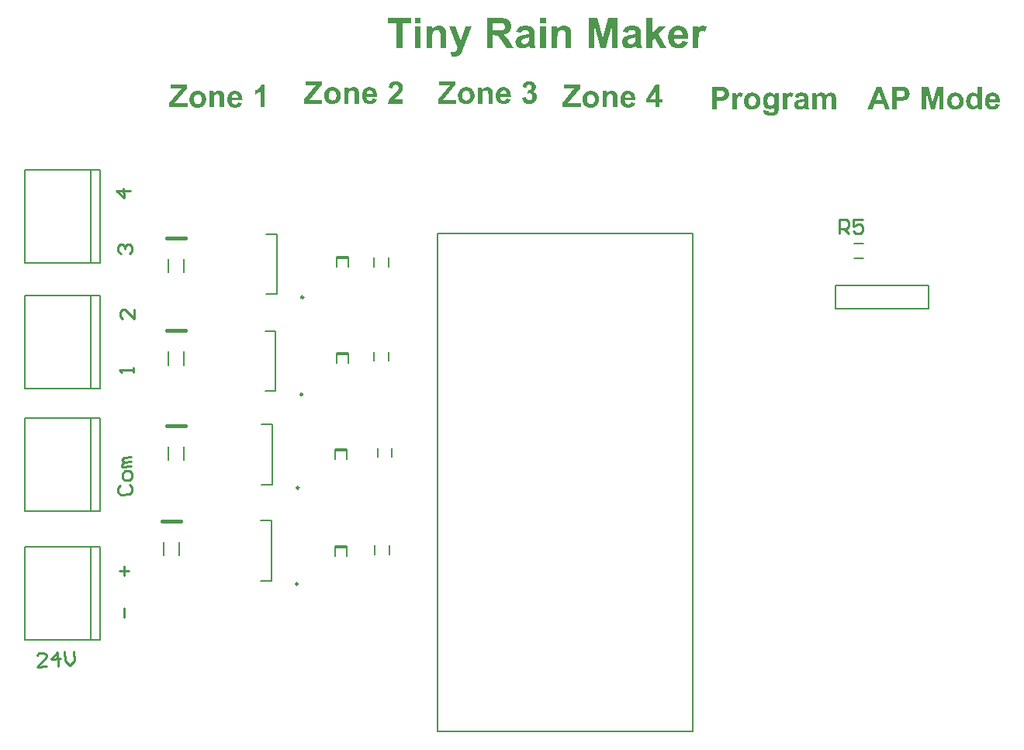
<source format=gto>
G04*
G04 #@! TF.GenerationSoftware,Altium Limited,CircuitStudio,1.5.2 (30)*
G04*
G04 Layer_Color=15065295*
%FSLAX25Y25*%
%MOIN*%
G70*
G01*
G75*
%ADD21C,0.01000*%
%ADD31C,0.00984*%
%ADD32C,0.00500*%
%ADD33C,0.00787*%
%ADD34C,0.01575*%
%ADD35R,0.05118X0.00803*%
%ADD36R,0.05118X0.00803*%
G36*
X326871Y447428D02*
X326988Y447414D01*
X327120Y447399D01*
X327281Y447370D01*
X327442Y447340D01*
X327779Y447223D01*
X327969Y447165D01*
X328145Y447077D01*
X328320Y446975D01*
X328511Y446857D01*
X328672Y446726D01*
X328833Y446565D01*
X328847Y446550D01*
X328862Y446535D01*
X328891Y446491D01*
X328935Y446448D01*
X329052Y446301D01*
X329184Y446096D01*
X329301Y445862D01*
X329418Y445598D01*
X329491Y445291D01*
X329521Y445130D01*
Y444969D01*
Y444954D01*
Y444910D01*
X329506Y444852D01*
Y444764D01*
X329477Y444647D01*
X329448Y444530D01*
X329404Y444398D01*
X329345Y444251D01*
X329272Y444090D01*
X329184Y443929D01*
X329067Y443754D01*
X328935Y443593D01*
X328774Y443417D01*
X328584Y443256D01*
X328379Y443095D01*
X328130Y442948D01*
X328145D01*
X328174Y442934D01*
X328203D01*
X328262Y442919D01*
X328423Y442861D01*
X328598Y442788D01*
X328818Y442685D01*
X329038Y442539D01*
X329243Y442363D01*
X329448Y442158D01*
X329462Y442129D01*
X329521Y442056D01*
X329609Y441924D01*
X329696Y441748D01*
X329784Y441528D01*
X329872Y441265D01*
X329931Y440987D01*
X329945Y440665D01*
Y440650D01*
Y440606D01*
Y440548D01*
X329931Y440460D01*
X329916Y440343D01*
X329901Y440226D01*
X329872Y440079D01*
X329828Y439918D01*
X329711Y439581D01*
X329638Y439406D01*
X329550Y439230D01*
X329448Y439040D01*
X329316Y438864D01*
X329169Y438688D01*
X329008Y438513D01*
X328994Y438498D01*
X328964Y438469D01*
X328921Y438425D01*
X328847Y438381D01*
X328760Y438308D01*
X328642Y438234D01*
X328525Y438147D01*
X328379Y438073D01*
X328218Y437986D01*
X328042Y437898D01*
X327852Y437824D01*
X327647Y437766D01*
X327427Y437707D01*
X327208Y437664D01*
X326959Y437634D01*
X326710Y437619D01*
X326578D01*
X326490Y437634D01*
X326373Y437649D01*
X326241Y437664D01*
X326095Y437678D01*
X325949Y437707D01*
X325597Y437795D01*
X325231Y437942D01*
X325056Y438015D01*
X324865Y438117D01*
X324690Y438234D01*
X324529Y438366D01*
X324514Y438381D01*
X324499Y438396D01*
X324455Y438439D01*
X324397Y438498D01*
X324324Y438571D01*
X324250Y438674D01*
X324177Y438776D01*
X324089Y438893D01*
X323914Y439171D01*
X323753Y439508D01*
X323621Y439889D01*
X323577Y440108D01*
X323548Y440328D01*
X325334Y440548D01*
Y440533D01*
Y440518D01*
X325348Y440430D01*
X325378Y440313D01*
X325422Y440152D01*
X325480Y439991D01*
X325553Y439816D01*
X325656Y439640D01*
X325788Y439494D01*
X325802Y439479D01*
X325861Y439435D01*
X325934Y439376D01*
X326051Y439318D01*
X326183Y439259D01*
X326329Y439201D01*
X326505Y439157D01*
X326695Y439142D01*
X326798D01*
X326900Y439171D01*
X327032Y439201D01*
X327178Y439245D01*
X327339Y439318D01*
X327501Y439420D01*
X327661Y439567D01*
X327676Y439581D01*
X327720Y439654D01*
X327793Y439742D01*
X327867Y439874D01*
X327925Y440050D01*
X327998Y440255D01*
X328042Y440489D01*
X328057Y440753D01*
Y440767D01*
Y440782D01*
Y440870D01*
X328042Y441001D01*
X328013Y441162D01*
X327969Y441338D01*
X327896Y441514D01*
X327808Y441704D01*
X327676Y441865D01*
X327661Y441880D01*
X327603Y441924D01*
X327530Y441997D01*
X327413Y442070D01*
X327281Y442143D01*
X327120Y442216D01*
X326944Y442260D01*
X326754Y442275D01*
X326622D01*
X326520Y442260D01*
X326402Y442246D01*
X326256Y442216D01*
X326095Y442173D01*
X325919Y442129D01*
X326124Y443622D01*
X326241D01*
X326388Y443637D01*
X326549Y443651D01*
X326725Y443680D01*
X326915Y443739D01*
X327105Y443827D01*
X327266Y443929D01*
X327281Y443944D01*
X327325Y443988D01*
X327398Y444076D01*
X327471Y444178D01*
X327544Y444310D01*
X327618Y444471D01*
X327661Y444647D01*
X327676Y444852D01*
Y444866D01*
Y444940D01*
X327661Y445027D01*
X327647Y445130D01*
X327603Y445247D01*
X327559Y445379D01*
X327486Y445510D01*
X327383Y445628D01*
X327369Y445642D01*
X327325Y445672D01*
X327266Y445716D01*
X327178Y445774D01*
X327061Y445833D01*
X326929Y445877D01*
X326768Y445906D01*
X326593Y445920D01*
X326520D01*
X326432Y445906D01*
X326315Y445877D01*
X326183Y445833D01*
X326051Y445774D01*
X325905Y445701D01*
X325773Y445584D01*
X325758Y445569D01*
X325714Y445525D01*
X325671Y445452D01*
X325597Y445350D01*
X325524Y445203D01*
X325465Y445042D01*
X325407Y444852D01*
X325378Y444632D01*
X323679Y444910D01*
Y444925D01*
X323694Y444954D01*
Y444998D01*
X323709Y445057D01*
X323753Y445218D01*
X323811Y445423D01*
X323884Y445642D01*
X323972Y445877D01*
X324089Y446111D01*
X324206Y446316D01*
X324221Y446345D01*
X324280Y446404D01*
X324353Y446491D01*
X324470Y446623D01*
X324616Y446755D01*
X324777Y446887D01*
X324982Y447018D01*
X325202Y447135D01*
X325217D01*
X325231Y447150D01*
X325319Y447180D01*
X325451Y447238D01*
X325627Y447297D01*
X325846Y447340D01*
X326080Y447399D01*
X326359Y447428D01*
X326651Y447443D01*
X326783D01*
X326871Y447428D01*
D02*
G37*
G36*
X308805Y444896D02*
X308952Y444881D01*
X309127Y444852D01*
X309318Y444822D01*
X309508Y444764D01*
X309698Y444691D01*
X309728Y444676D01*
X309786Y444647D01*
X309874Y444603D01*
X309976Y444544D01*
X310108Y444456D01*
X310225Y444354D01*
X310357Y444251D01*
X310459Y444120D01*
X310474Y444105D01*
X310503Y444061D01*
X310547Y443988D01*
X310606Y443900D01*
X310665Y443783D01*
X310723Y443651D01*
X310782Y443505D01*
X310825Y443344D01*
Y443329D01*
X310840Y443271D01*
X310855Y443168D01*
X310884Y443036D01*
X310899Y442861D01*
X310913Y442641D01*
X310928Y442392D01*
Y442114D01*
Y437795D01*
X309083D01*
Y441338D01*
Y441353D01*
Y441382D01*
Y441441D01*
Y441514D01*
Y441616D01*
Y441719D01*
X309069Y441938D01*
X309054Y442187D01*
X309025Y442421D01*
X308996Y442626D01*
X308981Y442714D01*
X308952Y442788D01*
Y442802D01*
X308937Y442846D01*
X308908Y442905D01*
X308864Y442978D01*
X308747Y443153D01*
X308571Y443315D01*
X308556Y443329D01*
X308527Y443344D01*
X308469Y443373D01*
X308395Y443417D01*
X308307Y443446D01*
X308190Y443476D01*
X308073Y443490D01*
X307941Y443505D01*
X307854D01*
X307766Y443490D01*
X307649Y443476D01*
X307517Y443446D01*
X307370Y443388D01*
X307224Y443329D01*
X307078Y443241D01*
X307063Y443227D01*
X307019Y443197D01*
X306961Y443139D01*
X306873Y443051D01*
X306800Y442948D01*
X306712Y442831D01*
X306624Y442700D01*
X306565Y442539D01*
Y442524D01*
X306551Y442451D01*
X306521Y442348D01*
X306507Y442187D01*
X306492Y442085D01*
X306477Y441968D01*
X306463Y441836D01*
X306448Y441689D01*
Y441528D01*
X306434Y441353D01*
Y441148D01*
Y440943D01*
Y437795D01*
X304589D01*
Y444764D01*
X306302D01*
Y443739D01*
X306316Y443754D01*
X306346Y443783D01*
X306390Y443842D01*
X306463Y443929D01*
X306551Y444017D01*
X306668Y444105D01*
X306785Y444222D01*
X306931Y444325D01*
X307092Y444427D01*
X307253Y444544D01*
X307444Y444632D01*
X307649Y444735D01*
X307868Y444808D01*
X308088Y444866D01*
X308337Y444896D01*
X308586Y444910D01*
X308688D01*
X308805Y444896D01*
D02*
G37*
G36*
X242351D02*
X242482Y444881D01*
X242643Y444852D01*
X242804Y444822D01*
X242995Y444778D01*
X243200Y444720D01*
X243405Y444661D01*
X243624Y444573D01*
X243829Y444471D01*
X244049Y444354D01*
X244268Y444207D01*
X244473Y444061D01*
X244664Y443871D01*
X244678Y443856D01*
X244708Y443827D01*
X244752Y443768D01*
X244825Y443680D01*
X244898Y443593D01*
X244986Y443461D01*
X245074Y443329D01*
X245176Y443168D01*
X245264Y442978D01*
X245352Y442788D01*
X245440Y442568D01*
X245513Y442348D01*
X245586Y442099D01*
X245630Y441836D01*
X245659Y441572D01*
X245674Y441280D01*
Y441265D01*
Y441206D01*
Y441133D01*
X245659Y441016D01*
X245645Y440884D01*
X245615Y440723D01*
X245586Y440548D01*
X245542Y440357D01*
X245498Y440152D01*
X245425Y439947D01*
X245337Y439728D01*
X245249Y439508D01*
X245117Y439289D01*
X244986Y439069D01*
X244825Y438864D01*
X244649Y438659D01*
X244634Y438644D01*
X244605Y438615D01*
X244547Y438556D01*
X244473Y438498D01*
X244371Y438425D01*
X244254Y438337D01*
X244107Y438234D01*
X243946Y438147D01*
X243771Y438044D01*
X243580Y437942D01*
X243375Y437854D01*
X243141Y437781D01*
X242907Y437722D01*
X242643Y437664D01*
X242365Y437634D01*
X242087Y437619D01*
X241926D01*
X241838Y437634D01*
X241736Y437649D01*
X241501Y437678D01*
X241223Y437722D01*
X240916Y437795D01*
X240594Y437898D01*
X240272Y438044D01*
X240257D01*
X240228Y438059D01*
X240184Y438088D01*
X240125Y438132D01*
X239979Y438234D01*
X239789Y438366D01*
X239569Y438542D01*
X239349Y438762D01*
X239144Y439025D01*
X238954Y439318D01*
Y439332D01*
X238939Y439362D01*
X238910Y439406D01*
X238881Y439464D01*
X238852Y439552D01*
X238822Y439640D01*
X238778Y439757D01*
X238735Y439889D01*
X238661Y440181D01*
X238588Y440533D01*
X238529Y440928D01*
X238515Y441353D01*
Y441367D01*
Y441397D01*
Y441441D01*
X238529Y441514D01*
Y441587D01*
X238544Y441689D01*
X238574Y441924D01*
X238617Y442202D01*
X238705Y442495D01*
X238808Y442817D01*
X238954Y443139D01*
Y443153D01*
X238969Y443183D01*
X238998Y443227D01*
X239042Y443285D01*
X239144Y443432D01*
X239291Y443622D01*
X239467Y443842D01*
X239686Y444061D01*
X239935Y444266D01*
X240228Y444456D01*
X240242D01*
X240272Y444471D01*
X240316Y444500D01*
X240374Y444530D01*
X240447Y444559D01*
X240550Y444603D01*
X240770Y444691D01*
X241048Y444764D01*
X241370Y444837D01*
X241706Y444896D01*
X242087Y444910D01*
X242233D01*
X242351Y444896D01*
D02*
G37*
G36*
X299831D02*
X299963Y444881D01*
X300124Y444852D01*
X300285Y444822D01*
X300475Y444778D01*
X300680Y444720D01*
X300885Y444661D01*
X301105Y444573D01*
X301309Y444471D01*
X301529Y444354D01*
X301749Y444207D01*
X301954Y444061D01*
X302144Y443871D01*
X302159Y443856D01*
X302188Y443827D01*
X302232Y443768D01*
X302305Y443680D01*
X302378Y443593D01*
X302466Y443461D01*
X302554Y443329D01*
X302656Y443168D01*
X302744Y442978D01*
X302832Y442788D01*
X302920Y442568D01*
X302993Y442348D01*
X303066Y442099D01*
X303110Y441836D01*
X303139Y441572D01*
X303154Y441280D01*
Y441265D01*
Y441206D01*
Y441133D01*
X303139Y441016D01*
X303125Y440884D01*
X303096Y440723D01*
X303066Y440548D01*
X303022Y440357D01*
X302978Y440152D01*
X302905Y439947D01*
X302817Y439728D01*
X302730Y439508D01*
X302598Y439289D01*
X302466Y439069D01*
X302305Y438864D01*
X302129Y438659D01*
X302115Y438644D01*
X302085Y438615D01*
X302027Y438556D01*
X301954Y438498D01*
X301851Y438425D01*
X301734Y438337D01*
X301588Y438234D01*
X301427Y438147D01*
X301251Y438044D01*
X301061Y437942D01*
X300856Y437854D01*
X300621Y437781D01*
X300387Y437722D01*
X300124Y437664D01*
X299846Y437634D01*
X299567Y437619D01*
X299406D01*
X299319Y437634D01*
X299216Y437649D01*
X298982Y437678D01*
X298704Y437722D01*
X298396Y437795D01*
X298074Y437898D01*
X297752Y438044D01*
X297737D01*
X297708Y438059D01*
X297664Y438088D01*
X297606Y438132D01*
X297459Y438234D01*
X297269Y438366D01*
X297049Y438542D01*
X296830Y438762D01*
X296625Y439025D01*
X296434Y439318D01*
Y439332D01*
X296420Y439362D01*
X296391Y439406D01*
X296361Y439464D01*
X296332Y439552D01*
X296303Y439640D01*
X296259Y439757D01*
X296215Y439889D01*
X296142Y440181D01*
X296068Y440533D01*
X296010Y440928D01*
X295995Y441353D01*
Y441367D01*
Y441397D01*
Y441441D01*
X296010Y441514D01*
Y441587D01*
X296024Y441689D01*
X296054Y441924D01*
X296098Y442202D01*
X296185Y442495D01*
X296288Y442817D01*
X296434Y443139D01*
Y443153D01*
X296449Y443183D01*
X296478Y443227D01*
X296522Y443285D01*
X296625Y443432D01*
X296771Y443622D01*
X296947Y443842D01*
X297166Y444061D01*
X297415Y444266D01*
X297708Y444456D01*
X297723D01*
X297752Y444471D01*
X297796Y444500D01*
X297854Y444530D01*
X297928Y444559D01*
X298030Y444603D01*
X298250Y444691D01*
X298528Y444764D01*
X298850Y444837D01*
X299187Y444896D01*
X299567Y444910D01*
X299714D01*
X299831Y444896D01*
D02*
G37*
G36*
X315715D02*
X315847Y444881D01*
X315993Y444852D01*
X316169Y444822D01*
X316345Y444778D01*
X316535Y444720D01*
X316740Y444661D01*
X316945Y444573D01*
X317150Y444471D01*
X317355Y444354D01*
X317545Y444207D01*
X317736Y444061D01*
X317911Y443871D01*
X317926Y443856D01*
X317955Y443827D01*
X317999Y443768D01*
X318058Y443680D01*
X318116Y443563D01*
X318189Y443432D01*
X318277Y443285D01*
X318351Y443095D01*
X318438Y442890D01*
X318512Y442656D01*
X318585Y442392D01*
X318658Y442114D01*
X318702Y441807D01*
X318746Y441484D01*
X318775Y441118D01*
Y440738D01*
X314163D01*
Y440723D01*
Y440709D01*
Y440665D01*
X314178Y440606D01*
X314193Y440445D01*
X314222Y440269D01*
X314281Y440050D01*
X314354Y439845D01*
X314456Y439640D01*
X314603Y439450D01*
X314617Y439435D01*
X314676Y439376D01*
X314764Y439303D01*
X314895Y439230D01*
X315042Y439142D01*
X315232Y439069D01*
X315437Y439010D01*
X315657Y438996D01*
X315730D01*
X315818Y439010D01*
X315920Y439025D01*
X316023Y439054D01*
X316155Y439098D01*
X316272Y439157D01*
X316389Y439230D01*
X316403Y439245D01*
X316433Y439274D01*
X316491Y439332D01*
X316550Y439420D01*
X316623Y439523D01*
X316711Y439654D01*
X316784Y439801D01*
X316843Y439991D01*
X318673Y439684D01*
Y439669D01*
X318658Y439640D01*
X318629Y439581D01*
X318599Y439523D01*
X318570Y439435D01*
X318512Y439332D01*
X318394Y439113D01*
X318233Y438864D01*
X318043Y438615D01*
X317809Y438366D01*
X317545Y438147D01*
X317531D01*
X317516Y438117D01*
X317472Y438103D01*
X317413Y438059D01*
X317340Y438029D01*
X317238Y437986D01*
X317018Y437883D01*
X316740Y437781D01*
X316418Y437707D01*
X316052Y437649D01*
X315642Y437619D01*
X315569D01*
X315466Y437634D01*
X315349D01*
X315188Y437664D01*
X315027Y437678D01*
X314837Y437722D01*
X314632Y437766D01*
X314412Y437824D01*
X314193Y437912D01*
X313959Y438000D01*
X313739Y438117D01*
X313519Y438249D01*
X313314Y438410D01*
X313124Y438600D01*
X312948Y438805D01*
Y438820D01*
X312919Y438849D01*
X312890Y438908D01*
X312846Y438981D01*
X312787Y439069D01*
X312729Y439186D01*
X312670Y439318D01*
X312612Y439464D01*
X312553Y439625D01*
X312494Y439816D01*
X312436Y440006D01*
X312377Y440226D01*
X312304Y440694D01*
X312290Y440943D01*
X312275Y441206D01*
Y441221D01*
Y441280D01*
Y441367D01*
X312290Y441499D01*
X312304Y441631D01*
X312319Y441807D01*
X312348Y441997D01*
X312392Y442187D01*
X312494Y442626D01*
X312568Y442846D01*
X312655Y443080D01*
X312758Y443300D01*
X312875Y443519D01*
X313007Y443724D01*
X313168Y443915D01*
X313183Y443929D01*
X313212Y443959D01*
X313256Y444003D01*
X313329Y444076D01*
X313417Y444149D01*
X313534Y444237D01*
X313651Y444325D01*
X313797Y444413D01*
X313959Y444500D01*
X314120Y444603D01*
X314310Y444676D01*
X314515Y444749D01*
X314734Y444822D01*
X314954Y444866D01*
X315203Y444896D01*
X315452Y444910D01*
X315598D01*
X315715Y444896D01*
D02*
G37*
G36*
X295000Y445906D02*
X289729Y439420D01*
X295205D01*
Y437795D01*
X287402D01*
Y439552D01*
X292452Y445789D01*
X287987D01*
Y447414D01*
X295000D01*
Y445906D01*
D02*
G37*
G36*
X504665Y435433D02*
X502864D01*
X502850Y443002D01*
X500947Y435433D01*
X499087D01*
X497184Y443002D01*
Y435433D01*
X495383D01*
Y445051D01*
X498282D01*
X500024Y438478D01*
X501737Y445051D01*
X504665D01*
Y435433D01*
D02*
G37*
G36*
X251325Y444896D02*
X251471Y444881D01*
X251647Y444852D01*
X251837Y444822D01*
X252028Y444764D01*
X252218Y444691D01*
X252247Y444676D01*
X252306Y444647D01*
X252394Y444603D01*
X252496Y444544D01*
X252628Y444456D01*
X252745Y444354D01*
X252877Y444251D01*
X252979Y444120D01*
X252994Y444105D01*
X253023Y444061D01*
X253067Y443988D01*
X253126Y443900D01*
X253184Y443783D01*
X253243Y443651D01*
X253301Y443505D01*
X253345Y443344D01*
Y443329D01*
X253360Y443271D01*
X253375Y443168D01*
X253404Y443036D01*
X253418Y442861D01*
X253433Y442641D01*
X253448Y442392D01*
Y442114D01*
Y437795D01*
X251603D01*
Y441338D01*
Y441353D01*
Y441382D01*
Y441441D01*
Y441514D01*
Y441616D01*
Y441719D01*
X251588Y441938D01*
X251574Y442187D01*
X251544Y442421D01*
X251515Y442626D01*
X251501Y442714D01*
X251471Y442788D01*
Y442802D01*
X251457Y442846D01*
X251427Y442905D01*
X251383Y442978D01*
X251266Y443153D01*
X251091Y443315D01*
X251076Y443329D01*
X251047Y443344D01*
X250988Y443373D01*
X250915Y443417D01*
X250827Y443446D01*
X250710Y443476D01*
X250593Y443490D01*
X250461Y443505D01*
X250373D01*
X250285Y443490D01*
X250168Y443476D01*
X250037Y443446D01*
X249890Y443388D01*
X249744Y443329D01*
X249597Y443241D01*
X249583Y443227D01*
X249539Y443197D01*
X249480Y443139D01*
X249392Y443051D01*
X249319Y442948D01*
X249231Y442831D01*
X249144Y442700D01*
X249085Y442539D01*
Y442524D01*
X249070Y442451D01*
X249041Y442348D01*
X249026Y442187D01*
X249012Y442085D01*
X248997Y441968D01*
X248983Y441836D01*
X248968Y441689D01*
Y441528D01*
X248953Y441353D01*
Y441148D01*
Y440943D01*
Y437795D01*
X247109D01*
Y444764D01*
X248821D01*
Y443739D01*
X248836Y443754D01*
X248865Y443783D01*
X248909Y443842D01*
X248983Y443929D01*
X249070Y444017D01*
X249187Y444105D01*
X249305Y444222D01*
X249451Y444325D01*
X249612Y444427D01*
X249773Y444544D01*
X249963Y444632D01*
X250168Y444735D01*
X250388Y444808D01*
X250607Y444866D01*
X250856Y444896D01*
X251105Y444910D01*
X251208D01*
X251325Y444896D01*
D02*
G37*
G36*
X390916Y471283D02*
X391091Y471264D01*
X391287Y471224D01*
X391521Y471185D01*
X391756Y471127D01*
X392009Y471049D01*
X392283Y470971D01*
X392556Y470853D01*
X392830Y470717D01*
X393103Y470560D01*
X393357Y470365D01*
X393611Y470170D01*
X393845Y469916D01*
X393865Y469896D01*
X393904Y469857D01*
X393962Y469779D01*
X394040Y469662D01*
X394119Y469506D01*
X394216Y469330D01*
X394334Y469135D01*
X394431Y468881D01*
X394548Y468607D01*
X394646Y468295D01*
X394744Y467943D01*
X394841Y467572D01*
X394900Y467162D01*
X394958Y466733D01*
X394998Y466244D01*
Y465736D01*
X388846D01*
Y465717D01*
Y465697D01*
Y465639D01*
X388865Y465561D01*
X388885Y465346D01*
X388924Y465111D01*
X389002Y464819D01*
X389100Y464545D01*
X389236Y464272D01*
X389432Y464018D01*
X389451Y463998D01*
X389529Y463920D01*
X389646Y463823D01*
X389822Y463725D01*
X390017Y463608D01*
X390271Y463510D01*
X390545Y463432D01*
X390838Y463412D01*
X390935D01*
X391053Y463432D01*
X391189Y463451D01*
X391326Y463491D01*
X391502Y463549D01*
X391658Y463627D01*
X391814Y463725D01*
X391834Y463744D01*
X391873Y463784D01*
X391951Y463862D01*
X392029Y463979D01*
X392127Y464115D01*
X392244Y464291D01*
X392341Y464487D01*
X392420Y464741D01*
X394861Y464330D01*
Y464311D01*
X394841Y464272D01*
X394802Y464194D01*
X394763Y464115D01*
X394724Y463998D01*
X394646Y463862D01*
X394490Y463569D01*
X394275Y463237D01*
X394021Y462905D01*
X393708Y462573D01*
X393357Y462280D01*
X393337D01*
X393318Y462241D01*
X393259Y462221D01*
X393181Y462162D01*
X393084Y462123D01*
X392947Y462065D01*
X392654Y461928D01*
X392283Y461791D01*
X391853Y461694D01*
X391365Y461616D01*
X390818Y461577D01*
X390720D01*
X390584Y461596D01*
X390427D01*
X390213Y461635D01*
X389998Y461655D01*
X389744Y461713D01*
X389471Y461772D01*
X389178Y461850D01*
X388885Y461967D01*
X388572Y462084D01*
X388279Y462241D01*
X387986Y462416D01*
X387713Y462631D01*
X387459Y462885D01*
X387225Y463159D01*
Y463178D01*
X387186Y463217D01*
X387146Y463295D01*
X387088Y463393D01*
X387010Y463510D01*
X386932Y463666D01*
X386854Y463842D01*
X386775Y464037D01*
X386697Y464252D01*
X386619Y464506D01*
X386541Y464760D01*
X386463Y465053D01*
X386365Y465678D01*
X386346Y466010D01*
X386326Y466362D01*
Y466381D01*
Y466459D01*
Y466576D01*
X386346Y466752D01*
X386365Y466928D01*
X386385Y467162D01*
X386424Y467416D01*
X386482Y467670D01*
X386619Y468256D01*
X386717Y468549D01*
X386834Y468861D01*
X386971Y469154D01*
X387127Y469447D01*
X387303Y469721D01*
X387517Y469975D01*
X387537Y469994D01*
X387576Y470033D01*
X387635Y470092D01*
X387732Y470189D01*
X387849Y470287D01*
X388006Y470404D01*
X388162Y470521D01*
X388357Y470639D01*
X388572Y470756D01*
X388787Y470892D01*
X389041Y470990D01*
X389314Y471088D01*
X389607Y471185D01*
X389900Y471244D01*
X390232Y471283D01*
X390564Y471303D01*
X390759D01*
X390916Y471283D01*
D02*
G37*
G36*
X258235Y444896D02*
X258367Y444881D01*
X258513Y444852D01*
X258689Y444822D01*
X258864Y444778D01*
X259055Y444720D01*
X259260Y444661D01*
X259465Y444573D01*
X259670Y444471D01*
X259875Y444354D01*
X260065Y444207D01*
X260255Y444061D01*
X260431Y443871D01*
X260446Y443856D01*
X260475Y443827D01*
X260519Y443768D01*
X260577Y443680D01*
X260636Y443563D01*
X260709Y443432D01*
X260797Y443285D01*
X260870Y443095D01*
X260958Y442890D01*
X261031Y442656D01*
X261104Y442392D01*
X261178Y442114D01*
X261222Y441807D01*
X261265Y441484D01*
X261295Y441118D01*
Y440738D01*
X256683D01*
Y440723D01*
Y440709D01*
Y440665D01*
X256698Y440606D01*
X256712Y440445D01*
X256742Y440269D01*
X256800Y440050D01*
X256873Y439845D01*
X256976Y439640D01*
X257122Y439450D01*
X257137Y439435D01*
X257195Y439376D01*
X257283Y439303D01*
X257415Y439230D01*
X257561Y439142D01*
X257752Y439069D01*
X257957Y439010D01*
X258176Y438996D01*
X258250D01*
X258337Y439010D01*
X258440Y439025D01*
X258542Y439054D01*
X258674Y439098D01*
X258791Y439157D01*
X258908Y439230D01*
X258923Y439245D01*
X258952Y439274D01*
X259011Y439332D01*
X259069Y439420D01*
X259143Y439523D01*
X259230Y439654D01*
X259304Y439801D01*
X259362Y439991D01*
X261192Y439684D01*
Y439669D01*
X261178Y439640D01*
X261148Y439581D01*
X261119Y439523D01*
X261090Y439435D01*
X261031Y439332D01*
X260914Y439113D01*
X260753Y438864D01*
X260563Y438615D01*
X260329Y438366D01*
X260065Y438147D01*
X260050D01*
X260036Y438117D01*
X259992Y438103D01*
X259933Y438059D01*
X259860Y438029D01*
X259757Y437986D01*
X259538Y437883D01*
X259260Y437781D01*
X258938Y437707D01*
X258572Y437649D01*
X258162Y437619D01*
X258089D01*
X257986Y437634D01*
X257869D01*
X257708Y437664D01*
X257547Y437678D01*
X257357Y437722D01*
X257152Y437766D01*
X256932Y437824D01*
X256712Y437912D01*
X256478Y438000D01*
X256259Y438117D01*
X256039Y438249D01*
X255834Y438410D01*
X255644Y438600D01*
X255468Y438805D01*
Y438820D01*
X255439Y438849D01*
X255410Y438908D01*
X255365Y438981D01*
X255307Y439069D01*
X255248Y439186D01*
X255190Y439318D01*
X255131Y439464D01*
X255073Y439625D01*
X255014Y439816D01*
X254956Y440006D01*
X254897Y440226D01*
X254824Y440694D01*
X254809Y440943D01*
X254795Y441206D01*
Y441221D01*
Y441280D01*
Y441367D01*
X254809Y441499D01*
X254824Y441631D01*
X254838Y441807D01*
X254868Y441997D01*
X254912Y442187D01*
X255014Y442626D01*
X255087Y442846D01*
X255175Y443080D01*
X255278Y443300D01*
X255395Y443519D01*
X255527Y443724D01*
X255688Y443915D01*
X255702Y443929D01*
X255732Y443959D01*
X255775Y444003D01*
X255849Y444076D01*
X255937Y444149D01*
X256054Y444237D01*
X256171Y444325D01*
X256317Y444413D01*
X256478Y444500D01*
X256639Y444603D01*
X256830Y444676D01*
X257034Y444749D01*
X257254Y444822D01*
X257474Y444866D01*
X257723Y444896D01*
X257972Y444910D01*
X258118D01*
X258235Y444896D01*
D02*
G37*
G36*
X237519Y445906D02*
X232249Y439420D01*
X237724D01*
Y437795D01*
X229921D01*
Y439552D01*
X234972Y445789D01*
X230507D01*
Y447414D01*
X237519D01*
Y445906D01*
D02*
G37*
G36*
X269537Y447428D02*
X269654Y447414D01*
X269801Y447399D01*
X269947Y447384D01*
X270123Y447340D01*
X270474Y447253D01*
X270855Y447121D01*
X271030Y447033D01*
X271221Y446931D01*
X271382Y446799D01*
X271543Y446667D01*
X271557Y446652D01*
X271572Y446638D01*
X271616Y446594D01*
X271674Y446535D01*
X271733Y446462D01*
X271806Y446360D01*
X271953Y446140D01*
X272099Y445862D01*
X272231Y445540D01*
X272333Y445174D01*
X272348Y444969D01*
X272363Y444764D01*
Y444735D01*
Y444661D01*
X272348Y444530D01*
X272333Y444369D01*
X272304Y444178D01*
X272260Y443973D01*
X272201Y443739D01*
X272128Y443519D01*
X272114Y443490D01*
X272084Y443417D01*
X272026Y443300D01*
X271953Y443153D01*
X271850Y442963D01*
X271718Y442758D01*
X271557Y442539D01*
X271382Y442304D01*
X271367Y442290D01*
X271323Y442231D01*
X271235Y442129D01*
X271104Y441997D01*
X270942Y441821D01*
X270723Y441602D01*
X270474Y441353D01*
X270167Y441075D01*
X270152Y441060D01*
X270123Y441045D01*
X270079Y441001D01*
X270035Y440943D01*
X269888Y440811D01*
X269713Y440635D01*
X269522Y440460D01*
X269347Y440284D01*
X269186Y440123D01*
X269127Y440064D01*
X269069Y440006D01*
X269054Y439991D01*
X269025Y439962D01*
X268981Y439918D01*
X268937Y439845D01*
X268805Y439698D01*
X268688Y439508D01*
X272363D01*
Y437795D01*
X265906D01*
Y437810D01*
Y437839D01*
X265921Y437898D01*
X265936Y437956D01*
X265950Y438044D01*
X265965Y438147D01*
X266023Y438381D01*
X266097Y438674D01*
X266214Y438981D01*
X266346Y439303D01*
X266521Y439625D01*
Y439640D01*
X266550Y439669D01*
X266580Y439713D01*
X266624Y439786D01*
X266697Y439874D01*
X266770Y439977D01*
X266873Y440108D01*
X266975Y440240D01*
X267107Y440401D01*
X267268Y440577D01*
X267429Y440767D01*
X267619Y440972D01*
X267839Y441192D01*
X268058Y441426D01*
X268322Y441675D01*
X268600Y441938D01*
X268615Y441953D01*
X268659Y441982D01*
X268717Y442056D01*
X268805Y442129D01*
X268893Y442216D01*
X269010Y442334D01*
X269259Y442568D01*
X269522Y442831D01*
X269771Y443095D01*
X269888Y443212D01*
X269991Y443315D01*
X270079Y443417D01*
X270137Y443505D01*
X270152Y443534D01*
X270196Y443607D01*
X270254Y443710D01*
X270328Y443856D01*
X270401Y444032D01*
X270459Y444222D01*
X270503Y444427D01*
X270518Y444632D01*
Y444661D01*
Y444735D01*
X270503Y444852D01*
X270474Y444983D01*
X270430Y445130D01*
X270372Y445291D01*
X270298Y445452D01*
X270181Y445584D01*
X270167Y445598D01*
X270123Y445642D01*
X270049Y445686D01*
X269947Y445759D01*
X269815Y445818D01*
X269654Y445862D01*
X269464Y445906D01*
X269259Y445920D01*
X269171D01*
X269054Y445906D01*
X268937Y445877D01*
X268790Y445833D01*
X268629Y445774D01*
X268483Y445686D01*
X268337Y445569D01*
X268322Y445554D01*
X268278Y445496D01*
X268234Y445423D01*
X268161Y445291D01*
X268102Y445130D01*
X268029Y444940D01*
X267985Y444691D01*
X267956Y444413D01*
X266126Y444588D01*
Y444603D01*
X266141Y444661D01*
Y444735D01*
X266170Y444837D01*
X266184Y444969D01*
X266228Y445101D01*
X266258Y445262D01*
X266316Y445437D01*
X266448Y445789D01*
X266624Y446155D01*
X266741Y446330D01*
X266858Y446491D01*
X267004Y446638D01*
X267151Y446770D01*
X267165Y446784D01*
X267195Y446799D01*
X267239Y446828D01*
X267312Y446872D01*
X267385Y446931D01*
X267487Y446989D01*
X267605Y447048D01*
X267751Y447106D01*
X267897Y447165D01*
X268058Y447223D01*
X268424Y447340D01*
X268834Y447414D01*
X269069Y447443D01*
X269435D01*
X269537Y447428D01*
D02*
G37*
G36*
X362349Y443321D02*
X362495Y443306D01*
X362671Y443277D01*
X362861Y443248D01*
X363051Y443189D01*
X363242Y443116D01*
X363271Y443101D01*
X363329Y443072D01*
X363417Y443028D01*
X363520Y442970D01*
X363651Y442882D01*
X363769Y442779D01*
X363900Y442677D01*
X364003Y442545D01*
X364018Y442530D01*
X364047Y442486D01*
X364091Y442413D01*
X364149Y442325D01*
X364208Y442208D01*
X364266Y442076D01*
X364325Y441930D01*
X364369Y441769D01*
Y441754D01*
X364384Y441696D01*
X364398Y441593D01*
X364427Y441462D01*
X364442Y441286D01*
X364457Y441066D01*
X364471Y440817D01*
Y440539D01*
Y436220D01*
X362627D01*
Y439763D01*
Y439778D01*
Y439807D01*
Y439866D01*
Y439939D01*
Y440041D01*
Y440144D01*
X362612Y440364D01*
X362597Y440612D01*
X362568Y440847D01*
X362539Y441052D01*
X362524Y441140D01*
X362495Y441213D01*
Y441227D01*
X362480Y441271D01*
X362451Y441330D01*
X362407Y441403D01*
X362290Y441579D01*
X362114Y441740D01*
X362100Y441754D01*
X362070Y441769D01*
X362012Y441798D01*
X361939Y441842D01*
X361851Y441872D01*
X361734Y441901D01*
X361616Y441915D01*
X361485Y441930D01*
X361397D01*
X361309Y441915D01*
X361192Y441901D01*
X361060Y441872D01*
X360914Y441813D01*
X360767Y441754D01*
X360621Y441667D01*
X360606Y441652D01*
X360562Y441623D01*
X360504Y441564D01*
X360416Y441476D01*
X360343Y441374D01*
X360255Y441257D01*
X360167Y441125D01*
X360109Y440964D01*
Y440949D01*
X360094Y440876D01*
X360065Y440773D01*
X360050Y440612D01*
X360035Y440510D01*
X360021Y440393D01*
X360006Y440261D01*
X359992Y440115D01*
Y439954D01*
X359977Y439778D01*
Y439573D01*
Y439368D01*
Y436220D01*
X358132D01*
Y443189D01*
X359845D01*
Y442164D01*
X359860Y442179D01*
X359889Y442208D01*
X359933Y442267D01*
X360006Y442355D01*
X360094Y442442D01*
X360211Y442530D01*
X360328Y442647D01*
X360475Y442750D01*
X360636Y442852D01*
X360797Y442970D01*
X360987Y443057D01*
X361192Y443160D01*
X361411Y443233D01*
X361631Y443292D01*
X361880Y443321D01*
X362129Y443335D01*
X362231D01*
X362349Y443321D01*
D02*
G37*
G36*
X439127Y442533D02*
X439288Y442504D01*
X439464Y442460D01*
X439683Y442402D01*
X439903Y442314D01*
X440122Y442197D01*
X439551Y440586D01*
X439537Y440601D01*
X439478Y440630D01*
X439376Y440689D01*
X439273Y440747D01*
X439127Y440791D01*
X438980Y440850D01*
X438834Y440879D01*
X438673Y440894D01*
X438614D01*
X438541Y440879D01*
X438453Y440865D01*
X438351Y440835D01*
X438234Y440806D01*
X438117Y440747D01*
X438014Y440674D01*
X437999Y440660D01*
X437970Y440630D01*
X437926Y440572D01*
X437868Y440498D01*
X437794Y440396D01*
X437721Y440250D01*
X437648Y440089D01*
X437590Y439898D01*
Y439869D01*
X437575Y439840D01*
X437560Y439781D01*
Y439722D01*
X437546Y439635D01*
X437531Y439518D01*
X437516Y439400D01*
X437502Y439254D01*
X437487Y439093D01*
X437472Y438903D01*
Y438683D01*
X437458Y438449D01*
X437443Y438185D01*
Y437892D01*
Y437570D01*
Y435433D01*
X435599D01*
Y442402D01*
X437311D01*
Y441421D01*
X437326Y441435D01*
X437385Y441523D01*
X437472Y441640D01*
X437575Y441787D01*
X437692Y441948D01*
X437824Y442094D01*
X437970Y442226D01*
X438102Y442329D01*
X438117Y442343D01*
X438161Y442358D01*
X438234Y442402D01*
X438336Y442446D01*
X438453Y442475D01*
X438585Y442519D01*
X438731Y442533D01*
X438893Y442548D01*
X438995D01*
X439127Y442533D01*
D02*
G37*
G36*
X456461D02*
X456651Y442504D01*
X456841Y442475D01*
X457061Y442416D01*
X457280Y442329D01*
X457485Y442226D01*
X457515Y442211D01*
X457573Y442167D01*
X457676Y442094D01*
X457793Y441992D01*
X457925Y441875D01*
X458056Y441714D01*
X458188Y441523D01*
X458290Y441318D01*
X458305Y441304D01*
X458320Y441230D01*
X458349Y441128D01*
X458393Y440967D01*
X458422Y440762D01*
X458452Y440513D01*
X458466Y440220D01*
X458481Y439869D01*
Y435433D01*
X456636D01*
Y439400D01*
Y439415D01*
Y439444D01*
Y439503D01*
Y439562D01*
X456622Y439752D01*
X456607Y439957D01*
X456592Y440191D01*
X456563Y440411D01*
X456504Y440601D01*
X456475Y440689D01*
X456446Y440747D01*
X456431Y440762D01*
X456402Y440806D01*
X456329Y440879D01*
X456256Y440952D01*
X456139Y441011D01*
X456007Y441084D01*
X455846Y441128D01*
X455655Y441143D01*
X455597D01*
X455524Y441128D01*
X455421Y441113D01*
X455304Y441084D01*
X455187Y441040D01*
X455055Y440982D01*
X454923Y440894D01*
X454909Y440879D01*
X454865Y440850D01*
X454806Y440791D01*
X454733Y440718D01*
X454660Y440630D01*
X454572Y440498D01*
X454499Y440367D01*
X454440Y440206D01*
Y440191D01*
X454411Y440118D01*
X454396Y440015D01*
X454367Y439854D01*
X454338Y439649D01*
X454323Y439415D01*
X454294Y439108D01*
Y438771D01*
Y435433D01*
X452449D01*
Y439239D01*
Y439254D01*
Y439283D01*
Y439342D01*
Y439400D01*
Y439576D01*
X452434Y439796D01*
X452420Y440015D01*
X452405Y440235D01*
X452376Y440411D01*
X452361Y440498D01*
X452347Y440557D01*
Y440572D01*
X452332Y440601D01*
X452303Y440660D01*
X452274Y440718D01*
X452171Y440865D01*
X452039Y440996D01*
X452025D01*
X451995Y441025D01*
X451951Y441040D01*
X451893Y441069D01*
X451820Y441099D01*
X451717Y441113D01*
X451615Y441143D01*
X451410D01*
X451322Y441128D01*
X451219Y441113D01*
X451102Y441084D01*
X450971Y441040D01*
X450839Y440982D01*
X450707Y440908D01*
X450692Y440894D01*
X450648Y440865D01*
X450590Y440806D01*
X450517Y440733D01*
X450444Y440645D01*
X450356Y440528D01*
X450282Y440396D01*
X450224Y440235D01*
Y440220D01*
X450195Y440147D01*
X450180Y440045D01*
X450151Y439898D01*
X450121Y439708D01*
X450107Y439459D01*
X450077Y439166D01*
Y438815D01*
Y435433D01*
X448233D01*
Y442402D01*
X449931D01*
Y441450D01*
X449946Y441465D01*
X449975Y441494D01*
X450019Y441552D01*
X450092Y441626D01*
X450180Y441699D01*
X450282Y441801D01*
X450400Y441904D01*
X450546Y442006D01*
X450692Y442109D01*
X450853Y442197D01*
X451234Y442372D01*
X451424Y442446D01*
X451644Y442504D01*
X451864Y442533D01*
X452098Y442548D01*
X452215D01*
X452332Y442533D01*
X452493Y442519D01*
X452683Y442475D01*
X452874Y442431D01*
X453064Y442358D01*
X453254Y442270D01*
X453284Y442255D01*
X453342Y442211D01*
X453430Y442153D01*
X453547Y442065D01*
X453679Y441948D01*
X453811Y441801D01*
X453942Y441626D01*
X454074Y441435D01*
X454089Y441465D01*
X454147Y441523D01*
X454250Y441626D01*
X454367Y441743D01*
X454513Y441889D01*
X454674Y442021D01*
X454865Y442153D01*
X455055Y442270D01*
X455084Y442284D01*
X455143Y442314D01*
X455260Y442358D01*
X455407Y442416D01*
X455568Y442460D01*
X455772Y442504D01*
X455977Y442533D01*
X456197Y442548D01*
X456329D01*
X456461Y442533D01*
D02*
G37*
G36*
X353374Y443321D02*
X353506Y443306D01*
X353667Y443277D01*
X353828Y443248D01*
X354018Y443204D01*
X354223Y443145D01*
X354428Y443087D01*
X354648Y442999D01*
X354853Y442896D01*
X355072Y442779D01*
X355292Y442633D01*
X355497Y442486D01*
X355687Y442296D01*
X355702Y442281D01*
X355731Y442252D01*
X355775Y442194D01*
X355848Y442106D01*
X355922Y442018D01*
X356009Y441886D01*
X356097Y441754D01*
X356200Y441593D01*
X356288Y441403D01*
X356375Y441213D01*
X356463Y440993D01*
X356536Y440773D01*
X356610Y440525D01*
X356653Y440261D01*
X356683Y439997D01*
X356698Y439705D01*
Y439690D01*
Y439632D01*
Y439558D01*
X356683Y439441D01*
X356668Y439310D01*
X356639Y439148D01*
X356610Y438973D01*
X356566Y438782D01*
X356522Y438578D01*
X356449Y438373D01*
X356361Y438153D01*
X356273Y437933D01*
X356141Y437714D01*
X356009Y437494D01*
X355848Y437289D01*
X355673Y437084D01*
X355658Y437070D01*
X355629Y437040D01*
X355570Y436982D01*
X355497Y436923D01*
X355395Y436850D01*
X355277Y436762D01*
X355131Y436660D01*
X354970Y436572D01*
X354794Y436469D01*
X354604Y436367D01*
X354399Y436279D01*
X354165Y436206D01*
X353930Y436147D01*
X353667Y436089D01*
X353389Y436059D01*
X353111Y436045D01*
X352950D01*
X352862Y436059D01*
X352759Y436074D01*
X352525Y436103D01*
X352247Y436147D01*
X351940Y436220D01*
X351617Y436323D01*
X351295Y436469D01*
X351281D01*
X351251Y436484D01*
X351207Y436513D01*
X351149Y436557D01*
X351003Y436660D01*
X350812Y436791D01*
X350593Y436967D01*
X350373Y437187D01*
X350168Y437450D01*
X349978Y437743D01*
Y437758D01*
X349963Y437787D01*
X349934Y437831D01*
X349904Y437889D01*
X349875Y437977D01*
X349846Y438065D01*
X349802Y438182D01*
X349758Y438314D01*
X349685Y438607D01*
X349612Y438958D01*
X349553Y439353D01*
X349538Y439778D01*
Y439793D01*
Y439822D01*
Y439866D01*
X349553Y439939D01*
Y440012D01*
X349568Y440115D01*
X349597Y440349D01*
X349641Y440627D01*
X349729Y440920D01*
X349831Y441242D01*
X349978Y441564D01*
Y441579D01*
X349992Y441608D01*
X350022Y441652D01*
X350065Y441710D01*
X350168Y441857D01*
X350314Y442047D01*
X350490Y442267D01*
X350710Y442486D01*
X350959Y442691D01*
X351251Y442882D01*
X351266D01*
X351295Y442896D01*
X351339Y442926D01*
X351398Y442955D01*
X351471Y442984D01*
X351573Y443028D01*
X351793Y443116D01*
X352071Y443189D01*
X352393Y443262D01*
X352730Y443321D01*
X353111Y443335D01*
X353257D01*
X353374Y443321D01*
D02*
G37*
G36*
X443929Y442533D02*
X444046D01*
X444324Y442519D01*
X444617Y442475D01*
X444924Y442431D01*
X445217Y442358D01*
X445349Y442314D01*
X445466Y442255D01*
X445495Y442241D01*
X445568Y442197D01*
X445671Y442138D01*
X445803Y442050D01*
X445934Y441948D01*
X446081Y441816D01*
X446212Y441670D01*
X446315Y441509D01*
X446330Y441494D01*
X446359Y441421D01*
X446388Y441304D01*
X446447Y441128D01*
X446461Y441025D01*
X446491Y440908D01*
X446505Y440777D01*
X446520Y440616D01*
X446535Y440454D01*
X446549Y440264D01*
X446564Y440074D01*
Y439854D01*
X446535Y437717D01*
Y437702D01*
Y437673D01*
Y437629D01*
Y437570D01*
Y437409D01*
X446549Y437205D01*
Y436985D01*
X446579Y436751D01*
X446593Y436546D01*
X446623Y436355D01*
Y436341D01*
X446637Y436282D01*
X446666Y436194D01*
X446696Y436077D01*
X446740Y435945D01*
X446798Y435784D01*
X446871Y435623D01*
X446959Y435433D01*
X445144D01*
Y435448D01*
X445129Y435462D01*
X445115Y435506D01*
X445100Y435565D01*
X445071Y435638D01*
X445027Y435726D01*
X444997Y435843D01*
X444953Y435960D01*
Y435975D01*
Y435989D01*
X444924Y436048D01*
X444910Y436121D01*
X444895Y436180D01*
X444880Y436165D01*
X444807Y436106D01*
X444719Y436019D01*
X444588Y435916D01*
X444441Y435799D01*
X444265Y435682D01*
X444090Y435579D01*
X443885Y435477D01*
X443855Y435462D01*
X443797Y435448D01*
X443680Y435404D01*
X443533Y435374D01*
X443372Y435330D01*
X443182Y435287D01*
X442963Y435272D01*
X442743Y435257D01*
X442640D01*
X442567Y435272D01*
X442479D01*
X442362Y435287D01*
X442128Y435330D01*
X441850Y435404D01*
X441572Y435492D01*
X441293Y435638D01*
X441045Y435828D01*
X441015Y435858D01*
X440942Y435931D01*
X440854Y436062D01*
X440737Y436238D01*
X440620Y436458D01*
X440532Y436707D01*
X440459Y437000D01*
X440430Y437322D01*
Y437351D01*
Y437424D01*
X440444Y437527D01*
X440459Y437673D01*
X440503Y437834D01*
X440547Y438010D01*
X440620Y438185D01*
X440708Y438361D01*
X440723Y438376D01*
X440766Y438434D01*
X440825Y438522D01*
X440913Y438624D01*
X441015Y438742D01*
X441147Y438859D01*
X441308Y438976D01*
X441484Y439078D01*
X441513Y439093D01*
X441586Y439122D01*
X441703Y439166D01*
X441864Y439225D01*
X442069Y439298D01*
X442318Y439371D01*
X442611Y439444D01*
X442948Y439518D01*
X442963D01*
X443006Y439532D01*
X443065Y439547D01*
X443153Y439562D01*
X443270Y439576D01*
X443387Y439605D01*
X443665Y439664D01*
X443958Y439737D01*
X444251Y439810D01*
X444529Y439884D01*
X444646Y439927D01*
X444748Y439971D01*
Y440147D01*
Y440176D01*
Y440235D01*
X444734Y440323D01*
X444719Y440440D01*
X444690Y440572D01*
X444631Y440689D01*
X444573Y440806D01*
X444485Y440908D01*
X444470Y440923D01*
X444426Y440952D01*
X444368Y440982D01*
X444265Y441025D01*
X444134Y441069D01*
X443958Y441113D01*
X443738Y441128D01*
X443490Y441143D01*
X443402D01*
X443314Y441128D01*
X443211Y441113D01*
X442948Y441055D01*
X442831Y441011D01*
X442714Y440938D01*
X442699Y440923D01*
X442670Y440894D01*
X442611Y440850D01*
X442553Y440777D01*
X442479Y440689D01*
X442406Y440572D01*
X442333Y440425D01*
X442274Y440264D01*
X440620Y440572D01*
Y440586D01*
X440635Y440616D01*
X440649Y440674D01*
X440679Y440733D01*
X440752Y440908D01*
X440840Y441128D01*
X440971Y441377D01*
X441147Y441611D01*
X441352Y441845D01*
X441586Y442050D01*
X441601D01*
X441616Y442065D01*
X441659Y442094D01*
X441718Y442124D01*
X441791Y442167D01*
X441879Y442211D01*
X441982Y442255D01*
X442099Y442299D01*
X442231Y442343D01*
X442391Y442387D01*
X442553Y442431D01*
X442743Y442475D01*
X442933Y442504D01*
X443153Y442533D01*
X443372Y442548D01*
X443826D01*
X443929Y442533D01*
D02*
G37*
G36*
X408983Y445037D02*
X409173D01*
X409569Y445022D01*
X409949Y444993D01*
X410125Y444978D01*
X410286Y444949D01*
X410418Y444934D01*
X410535Y444905D01*
X410549D01*
X410579Y444890D01*
X410608Y444876D01*
X410667Y444861D01*
X410828Y444803D01*
X411018Y444700D01*
X411238Y444583D01*
X411457Y444407D01*
X411691Y444202D01*
X411911Y443954D01*
Y443939D01*
X411940Y443924D01*
X411970Y443880D01*
X411999Y443822D01*
X412043Y443749D01*
X412087Y443661D01*
X412204Y443456D01*
X412306Y443178D01*
X412394Y442856D01*
X412453Y442489D01*
X412482Y442080D01*
Y442065D01*
Y442036D01*
Y441992D01*
Y441933D01*
X412467Y441772D01*
X412438Y441567D01*
X412409Y441333D01*
X412350Y441084D01*
X412262Y440835D01*
X412160Y440601D01*
X412145Y440572D01*
X412101Y440498D01*
X412028Y440396D01*
X411940Y440264D01*
X411823Y440103D01*
X411677Y439942D01*
X411516Y439796D01*
X411340Y439649D01*
X411325Y439635D01*
X411252Y439591D01*
X411150Y439532D01*
X411033Y439474D01*
X410872Y439386D01*
X410710Y439313D01*
X410520Y439254D01*
X410330Y439195D01*
X410301D01*
X410257Y439181D01*
X410198D01*
X410125Y439166D01*
X410037Y439152D01*
X409935Y439137D01*
X409818D01*
X409686Y439122D01*
X409539Y439108D01*
X409378Y439093D01*
X409188Y439078D01*
X408998D01*
X408793Y439064D01*
X407065D01*
Y435433D01*
X405118D01*
Y445051D01*
X408807D01*
X408983Y445037D01*
D02*
G37*
G36*
X417503Y442533D02*
X417664Y442504D01*
X417840Y442460D01*
X418060Y442402D01*
X418279Y442314D01*
X418499Y442197D01*
X417928Y440586D01*
X417913Y440601D01*
X417855Y440630D01*
X417752Y440689D01*
X417650Y440747D01*
X417503Y440791D01*
X417357Y440850D01*
X417211Y440879D01*
X417050Y440894D01*
X416991D01*
X416918Y440879D01*
X416830Y440865D01*
X416728Y440835D01*
X416610Y440806D01*
X416493Y440747D01*
X416391Y440674D01*
X416376Y440660D01*
X416347Y440630D01*
X416303Y440572D01*
X416245Y440498D01*
X416171Y440396D01*
X416098Y440250D01*
X416025Y440089D01*
X415966Y439898D01*
Y439869D01*
X415952Y439840D01*
X415937Y439781D01*
Y439722D01*
X415922Y439635D01*
X415908Y439518D01*
X415893Y439400D01*
X415878Y439254D01*
X415864Y439093D01*
X415849Y438903D01*
Y438683D01*
X415835Y438449D01*
X415820Y438185D01*
Y437892D01*
Y437570D01*
Y435433D01*
X413975D01*
Y442402D01*
X415688D01*
Y441421D01*
X415703Y441435D01*
X415761Y441523D01*
X415849Y441640D01*
X415952Y441787D01*
X416069Y441948D01*
X416200Y442094D01*
X416347Y442226D01*
X416479Y442329D01*
X416493Y442343D01*
X416537Y442358D01*
X416610Y442402D01*
X416713Y442446D01*
X416830Y442475D01*
X416962Y442519D01*
X417108Y442533D01*
X417269Y442548D01*
X417372D01*
X417503Y442533D01*
D02*
G37*
G36*
X422701D02*
X422832Y442519D01*
X422994Y442489D01*
X423154Y442460D01*
X423345Y442416D01*
X423550Y442358D01*
X423755Y442299D01*
X423974Y442211D01*
X424179Y442109D01*
X424399Y441992D01*
X424618Y441845D01*
X424824Y441699D01*
X425014Y441509D01*
X425029Y441494D01*
X425058Y441465D01*
X425102Y441406D01*
X425175Y441318D01*
X425248Y441230D01*
X425336Y441099D01*
X425424Y440967D01*
X425526Y440806D01*
X425614Y440616D01*
X425702Y440425D01*
X425790Y440206D01*
X425863Y439986D01*
X425936Y439737D01*
X425980Y439474D01*
X426009Y439210D01*
X426024Y438917D01*
Y438903D01*
Y438844D01*
Y438771D01*
X426009Y438654D01*
X425995Y438522D01*
X425965Y438361D01*
X425936Y438185D01*
X425892Y437995D01*
X425848Y437790D01*
X425775Y437585D01*
X425687Y437365D01*
X425599Y437146D01*
X425468Y436926D01*
X425336Y436707D01*
X425175Y436502D01*
X424999Y436297D01*
X424985Y436282D01*
X424955Y436253D01*
X424897Y436194D01*
X424824Y436136D01*
X424721Y436062D01*
X424604Y435975D01*
X424458Y435872D01*
X424297Y435784D01*
X424121Y435682D01*
X423931Y435579D01*
X423726Y435492D01*
X423491Y435418D01*
X423257Y435360D01*
X422994Y435301D01*
X422715Y435272D01*
X422437Y435257D01*
X422276D01*
X422188Y435272D01*
X422086Y435287D01*
X421852Y435316D01*
X421573Y435360D01*
X421266Y435433D01*
X420944Y435535D01*
X420622Y435682D01*
X420607D01*
X420578Y435697D01*
X420534Y435726D01*
X420475Y435770D01*
X420329Y435872D01*
X420139Y436004D01*
X419919Y436180D01*
X419699Y436399D01*
X419494Y436663D01*
X419304Y436956D01*
Y436970D01*
X419290Y437000D01*
X419260Y437043D01*
X419231Y437102D01*
X419202Y437190D01*
X419172Y437278D01*
X419129Y437395D01*
X419085Y437527D01*
X419011Y437819D01*
X418938Y438171D01*
X418880Y438566D01*
X418865Y438990D01*
Y439005D01*
Y439035D01*
Y439078D01*
X418880Y439152D01*
Y439225D01*
X418894Y439327D01*
X418924Y439562D01*
X418967Y439840D01*
X419055Y440133D01*
X419158Y440454D01*
X419304Y440777D01*
Y440791D01*
X419319Y440821D01*
X419348Y440865D01*
X419392Y440923D01*
X419494Y441069D01*
X419641Y441260D01*
X419817Y441479D01*
X420036Y441699D01*
X420285Y441904D01*
X420578Y442094D01*
X420592D01*
X420622Y442109D01*
X420666Y442138D01*
X420724Y442167D01*
X420797Y442197D01*
X420900Y442241D01*
X421120Y442329D01*
X421398Y442402D01*
X421720Y442475D01*
X422056Y442533D01*
X422437Y442548D01*
X422584D01*
X422701Y442533D01*
D02*
G37*
G36*
X430226D02*
X430328Y442519D01*
X430460Y442489D01*
X430606Y442446D01*
X430753Y442402D01*
X430914Y442343D01*
X431089Y442270D01*
X431265Y442182D01*
X431441Y442065D01*
X431616Y441933D01*
X431792Y441787D01*
X431968Y441611D01*
X432129Y441406D01*
Y442402D01*
X433856D01*
Y436136D01*
Y436121D01*
Y436077D01*
Y436019D01*
Y435931D01*
Y435828D01*
X433842Y435711D01*
X433827Y435448D01*
X433813Y435155D01*
X433769Y434847D01*
X433725Y434555D01*
X433681Y434423D01*
X433651Y434306D01*
X433637Y434276D01*
X433607Y434203D01*
X433564Y434086D01*
X433505Y433954D01*
X433417Y433793D01*
X433329Y433632D01*
X433212Y433486D01*
X433080Y433340D01*
X433066Y433325D01*
X433007Y433281D01*
X432934Y433222D01*
X432817Y433135D01*
X432685Y433047D01*
X432510Y432959D01*
X432319Y432871D01*
X432100Y432798D01*
X432070Y432783D01*
X431983Y432768D01*
X431851Y432739D01*
X431675Y432695D01*
X431455Y432651D01*
X431192Y432622D01*
X430885Y432608D01*
X430548Y432593D01*
X430387D01*
X430255Y432608D01*
X430108D01*
X429948Y432622D01*
X429772Y432651D01*
X429567Y432666D01*
X429157Y432739D01*
X428732Y432856D01*
X428542Y432930D01*
X428352Y433003D01*
X428176Y433105D01*
X428030Y433208D01*
X428015Y433222D01*
X428000Y433237D01*
X427913Y433325D01*
X427795Y433457D01*
X427664Y433632D01*
X427532Y433852D01*
X427415Y434115D01*
X427327Y434408D01*
X427312Y434569D01*
X427298Y434745D01*
Y434760D01*
Y434818D01*
Y434877D01*
X427312Y434965D01*
X429421Y434716D01*
Y434701D01*
X429435Y434657D01*
X429450Y434598D01*
X429464Y434511D01*
X429538Y434350D01*
X429596Y434262D01*
X429655Y434203D01*
X429669Y434189D01*
X429699Y434174D01*
X429772Y434145D01*
X429860Y434101D01*
X429977Y434057D01*
X430108Y434028D01*
X430284Y434013D01*
X430475Y433998D01*
X430592D01*
X430723Y434013D01*
X430885Y434028D01*
X431060Y434057D01*
X431236Y434086D01*
X431412Y434145D01*
X431558Y434218D01*
X431572Y434233D01*
X431602Y434247D01*
X431646Y434276D01*
X431690Y434335D01*
X431748Y434394D01*
X431807Y434481D01*
X431865Y434584D01*
X431924Y434701D01*
Y434716D01*
X431939Y434745D01*
X431953Y434803D01*
X431968Y434891D01*
X431983Y435008D01*
X431997Y435155D01*
X432012Y435330D01*
Y435535D01*
Y436575D01*
X431997Y436560D01*
X431968Y436531D01*
X431924Y436473D01*
X431865Y436399D01*
X431777Y436311D01*
X431690Y436209D01*
X431572Y436106D01*
X431441Y436004D01*
X431133Y435799D01*
X430782Y435609D01*
X430592Y435535D01*
X430387Y435477D01*
X430167Y435448D01*
X429933Y435433D01*
X429874D01*
X429801Y435448D01*
X429699D01*
X429581Y435477D01*
X429450Y435492D01*
X429289Y435535D01*
X429128Y435579D01*
X428952Y435638D01*
X428776Y435726D01*
X428586Y435814D01*
X428396Y435931D01*
X428220Y436062D01*
X428044Y436224D01*
X427869Y436414D01*
X427708Y436619D01*
Y436633D01*
X427678Y436663D01*
X427649Y436721D01*
X427605Y436795D01*
X427561Y436882D01*
X427503Y436985D01*
X427459Y437117D01*
X427400Y437263D01*
X427342Y437424D01*
X427283Y437600D01*
X427224Y437790D01*
X427180Y437995D01*
X427107Y438449D01*
X427093Y438698D01*
X427078Y438947D01*
Y438961D01*
Y439020D01*
Y439108D01*
X427093Y439239D01*
X427107Y439386D01*
X427122Y439547D01*
X427151Y439737D01*
X427180Y439927D01*
X427283Y440367D01*
X427356Y440586D01*
X427429Y440806D01*
X427532Y441025D01*
X427634Y441230D01*
X427766Y441435D01*
X427913Y441611D01*
X427927Y441626D01*
X427956Y441655D01*
X428000Y441699D01*
X428059Y441757D01*
X428147Y441831D01*
X428249Y441904D01*
X428352Y441992D01*
X428483Y442080D01*
X428630Y442167D01*
X428791Y442255D01*
X429142Y442402D01*
X429347Y442460D01*
X429552Y442504D01*
X429772Y442533D01*
X430006Y442548D01*
X430138D01*
X430226Y442533D01*
D02*
G37*
G36*
X521164Y435433D02*
X519452D01*
Y436443D01*
X519437Y436414D01*
X519378Y436341D01*
X519276Y436238D01*
X519159Y436106D01*
X519012Y435975D01*
X518837Y435814D01*
X518646Y435682D01*
X518427Y435550D01*
X518397Y435535D01*
X518324Y435506D01*
X518222Y435462D01*
X518075Y435404D01*
X517900Y435345D01*
X517695Y435301D01*
X517490Y435272D01*
X517270Y435257D01*
X517153D01*
X517065Y435272D01*
X516963Y435287D01*
X516846Y435316D01*
X516567Y435374D01*
X516245Y435492D01*
X516070Y435565D01*
X515894Y435667D01*
X515718Y435770D01*
X515557Y435901D01*
X515382Y436048D01*
X515221Y436224D01*
X515206Y436238D01*
X515191Y436268D01*
X515147Y436326D01*
X515089Y436399D01*
X515030Y436502D01*
X514957Y436619D01*
X514869Y436765D01*
X514796Y436926D01*
X514723Y437102D01*
X514635Y437307D01*
X514562Y437527D01*
X514503Y437775D01*
X514445Y438024D01*
X514415Y438303D01*
X514386Y438610D01*
X514371Y438917D01*
Y438932D01*
Y438990D01*
Y439093D01*
X514386Y439210D01*
X514401Y439357D01*
X514415Y439532D01*
X514445Y439722D01*
X514474Y439913D01*
X514576Y440352D01*
X514723Y440806D01*
X514811Y441025D01*
X514928Y441230D01*
X515045Y441435D01*
X515191Y441611D01*
X515206Y441626D01*
X515235Y441655D01*
X515279Y441699D01*
X515338Y441757D01*
X515425Y441831D01*
X515528Y441904D01*
X515645Y441992D01*
X515762Y442080D01*
X515909Y442167D01*
X516070Y442255D01*
X516436Y442402D01*
X516626Y442460D01*
X516846Y442504D01*
X517065Y442533D01*
X517299Y442548D01*
X517417D01*
X517490Y442533D01*
X517592Y442519D01*
X517709Y442489D01*
X517987Y442431D01*
X518295Y442314D01*
X518471Y442226D01*
X518646Y442138D01*
X518807Y442021D01*
X518983Y441889D01*
X519159Y441743D01*
X519320Y441567D01*
Y445051D01*
X521164D01*
Y435433D01*
D02*
G37*
G36*
X369259Y443321D02*
X369390Y443306D01*
X369537Y443277D01*
X369712Y443248D01*
X369888Y443204D01*
X370078Y443145D01*
X370283Y443087D01*
X370488Y442999D01*
X370693Y442896D01*
X370898Y442779D01*
X371089Y442633D01*
X371279Y442486D01*
X371455Y442296D01*
X371469Y442281D01*
X371498Y442252D01*
X371542Y442194D01*
X371601Y442106D01*
X371659Y441989D01*
X371733Y441857D01*
X371821Y441710D01*
X371894Y441520D01*
X371982Y441315D01*
X372055Y441081D01*
X372128Y440817D01*
X372201Y440539D01*
X372245Y440232D01*
X372289Y439910D01*
X372318Y439544D01*
Y439163D01*
X367707D01*
Y439148D01*
Y439134D01*
Y439090D01*
X367721Y439031D01*
X367736Y438870D01*
X367765Y438695D01*
X367824Y438475D01*
X367897Y438270D01*
X368000Y438065D01*
X368146Y437875D01*
X368161Y437860D01*
X368219Y437802D01*
X368307Y437728D01*
X368439Y437655D01*
X368585Y437567D01*
X368776Y437494D01*
X368980Y437435D01*
X369200Y437421D01*
X369273D01*
X369361Y437435D01*
X369463Y437450D01*
X369566Y437479D01*
X369698Y437523D01*
X369815Y437582D01*
X369932Y437655D01*
X369947Y437670D01*
X369976Y437699D01*
X370035Y437758D01*
X370093Y437846D01*
X370166Y437948D01*
X370254Y438080D01*
X370327Y438226D01*
X370386Y438416D01*
X372216Y438109D01*
Y438094D01*
X372201Y438065D01*
X372172Y438006D01*
X372143Y437948D01*
X372113Y437860D01*
X372055Y437758D01*
X371938Y437538D01*
X371777Y437289D01*
X371586Y437040D01*
X371352Y436791D01*
X371089Y436572D01*
X371074D01*
X371059Y436543D01*
X371015Y436528D01*
X370957Y436484D01*
X370884Y436455D01*
X370781Y436411D01*
X370562Y436308D01*
X370283Y436206D01*
X369961Y436133D01*
X369595Y436074D01*
X369185Y436045D01*
X369112D01*
X369010Y436059D01*
X368893D01*
X368732Y436089D01*
X368570Y436103D01*
X368380Y436147D01*
X368175Y436191D01*
X367956Y436250D01*
X367736Y436338D01*
X367502Y436425D01*
X367282Y436543D01*
X367063Y436674D01*
X366858Y436835D01*
X366667Y437026D01*
X366492Y437231D01*
Y437245D01*
X366462Y437275D01*
X366433Y437333D01*
X366389Y437406D01*
X366331Y437494D01*
X366272Y437611D01*
X366213Y437743D01*
X366155Y437889D01*
X366096Y438050D01*
X366038Y438241D01*
X365979Y438431D01*
X365921Y438651D01*
X365847Y439119D01*
X365833Y439368D01*
X365818Y439632D01*
Y439646D01*
Y439705D01*
Y439793D01*
X365833Y439924D01*
X365847Y440056D01*
X365862Y440232D01*
X365891Y440422D01*
X365935Y440612D01*
X366038Y441052D01*
X366111Y441271D01*
X366199Y441505D01*
X366301Y441725D01*
X366418Y441945D01*
X366550Y442150D01*
X366711Y442340D01*
X366726Y442355D01*
X366755Y442384D01*
X366799Y442428D01*
X366872Y442501D01*
X366960Y442574D01*
X367077Y442662D01*
X367194Y442750D01*
X367341Y442838D01*
X367502Y442926D01*
X367663Y443028D01*
X367853Y443101D01*
X368058Y443174D01*
X368278Y443248D01*
X368497Y443292D01*
X368746Y443321D01*
X368995Y443335D01*
X369142D01*
X369259Y443321D01*
D02*
G37*
G36*
X348543Y444331D02*
X343273Y437846D01*
X348748D01*
Y436220D01*
X340945D01*
Y437977D01*
X345996Y444214D01*
X341530D01*
Y445839D01*
X348543D01*
Y444331D01*
D02*
G37*
G36*
X382566Y439763D02*
X383752D01*
Y438153D01*
X382566D01*
Y436220D01*
X380780D01*
Y438153D01*
X376842D01*
Y439749D01*
X381014Y445868D01*
X382566D01*
Y439763D01*
D02*
G37*
G36*
X401599Y471283D02*
X401814Y471244D01*
X402048Y471185D01*
X402341Y471107D01*
X402634Y470990D01*
X402927Y470834D01*
X402165Y468685D01*
X402145Y468705D01*
X402067Y468744D01*
X401931Y468822D01*
X401794Y468900D01*
X401599Y468959D01*
X401403Y469037D01*
X401208Y469076D01*
X400993Y469096D01*
X400915D01*
X400817Y469076D01*
X400700Y469057D01*
X400564Y469018D01*
X400407Y468979D01*
X400251Y468900D01*
X400114Y468803D01*
X400095Y468783D01*
X400056Y468744D01*
X399997Y468666D01*
X399919Y468568D01*
X399821Y468432D01*
X399724Y468236D01*
X399626Y468021D01*
X399548Y467768D01*
Y467729D01*
X399529Y467690D01*
X399509Y467611D01*
Y467533D01*
X399489Y467416D01*
X399470Y467260D01*
X399450Y467104D01*
X399431Y466908D01*
X399411Y466693D01*
X399392Y466440D01*
Y466147D01*
X399372Y465834D01*
X399353Y465483D01*
Y465092D01*
Y464662D01*
Y461811D01*
X396892D01*
Y471107D01*
X399177D01*
Y469799D01*
X399197Y469818D01*
X399275Y469936D01*
X399392Y470092D01*
X399529Y470287D01*
X399685Y470502D01*
X399861Y470697D01*
X400056Y470873D01*
X400232Y471010D01*
X400251Y471029D01*
X400310Y471049D01*
X400407Y471107D01*
X400544Y471166D01*
X400700Y471205D01*
X400876Y471264D01*
X401071Y471283D01*
X401286Y471303D01*
X401423D01*
X401599Y471283D01*
D02*
G37*
G36*
X280024Y472377D02*
X277564D01*
Y474642D01*
X280024D01*
Y472377D01*
D02*
G37*
G36*
X333771D02*
X331310D01*
Y474642D01*
X333771D01*
Y472377D01*
D02*
G37*
G36*
X341876Y471283D02*
X342071Y471264D01*
X342306Y471224D01*
X342560Y471185D01*
X342813Y471107D01*
X343067Y471010D01*
X343106Y470990D01*
X343184Y470951D01*
X343302Y470892D01*
X343438Y470814D01*
X343614Y470697D01*
X343770Y470560D01*
X343946Y470424D01*
X344083Y470248D01*
X344102Y470228D01*
X344141Y470170D01*
X344200Y470072D01*
X344278Y469955D01*
X344356Y469799D01*
X344434Y469623D01*
X344513Y469428D01*
X344571Y469213D01*
Y469193D01*
X344591Y469115D01*
X344610Y468979D01*
X344649Y468803D01*
X344669Y468568D01*
X344688Y468275D01*
X344708Y467943D01*
Y467572D01*
Y461811D01*
X342247D01*
Y466537D01*
Y466557D01*
Y466596D01*
Y466674D01*
Y466772D01*
Y466908D01*
Y467045D01*
X342228Y467338D01*
X342208Y467670D01*
X342169Y467982D01*
X342130Y468256D01*
X342110Y468373D01*
X342071Y468471D01*
Y468490D01*
X342052Y468549D01*
X342013Y468627D01*
X341954Y468725D01*
X341798Y468959D01*
X341563Y469174D01*
X341544Y469193D01*
X341505Y469213D01*
X341427Y469252D01*
X341329Y469311D01*
X341212Y469350D01*
X341056Y469389D01*
X340899Y469408D01*
X340724Y469428D01*
X340606D01*
X340489Y469408D01*
X340333Y469389D01*
X340157Y469350D01*
X339962Y469271D01*
X339767Y469193D01*
X339571Y469076D01*
X339552Y469057D01*
X339493Y469018D01*
X339415Y468939D01*
X339298Y468822D01*
X339200Y468685D01*
X339083Y468529D01*
X338966Y468354D01*
X338888Y468139D01*
Y468119D01*
X338868Y468021D01*
X338829Y467885D01*
X338810Y467670D01*
X338790Y467533D01*
X338771Y467377D01*
X338751Y467201D01*
X338732Y467006D01*
Y466791D01*
X338712Y466557D01*
Y466283D01*
Y466010D01*
Y461811D01*
X336251D01*
Y471107D01*
X338536D01*
Y469740D01*
X338556Y469760D01*
X338595Y469799D01*
X338653Y469877D01*
X338751Y469994D01*
X338868Y470111D01*
X339024Y470228D01*
X339181Y470385D01*
X339376Y470521D01*
X339591Y470658D01*
X339806Y470814D01*
X340060Y470931D01*
X340333Y471068D01*
X340626Y471166D01*
X340919Y471244D01*
X341251Y471283D01*
X341583Y471303D01*
X341720D01*
X341876Y471283D01*
D02*
G37*
G36*
X486585Y445037D02*
X486775D01*
X487170Y445022D01*
X487551Y444993D01*
X487727Y444978D01*
X487888Y444949D01*
X488019Y444934D01*
X488136Y444905D01*
X488151D01*
X488180Y444890D01*
X488210Y444876D01*
X488268Y444861D01*
X488429Y444803D01*
X488620Y444700D01*
X488839Y444583D01*
X489059Y444407D01*
X489293Y444202D01*
X489513Y443954D01*
Y443939D01*
X489542Y443924D01*
X489571Y443880D01*
X489601Y443822D01*
X489644Y443749D01*
X489688Y443661D01*
X489806Y443456D01*
X489908Y443178D01*
X489996Y442856D01*
X490054Y442489D01*
X490084Y442080D01*
Y442065D01*
Y442036D01*
Y441992D01*
Y441933D01*
X490069Y441772D01*
X490040Y441567D01*
X490010Y441333D01*
X489952Y441084D01*
X489864Y440835D01*
X489762Y440601D01*
X489747Y440572D01*
X489703Y440498D01*
X489630Y440396D01*
X489542Y440264D01*
X489425Y440103D01*
X489279Y439942D01*
X489117Y439796D01*
X488942Y439649D01*
X488927Y439635D01*
X488854Y439591D01*
X488751Y439532D01*
X488634Y439474D01*
X488473Y439386D01*
X488312Y439313D01*
X488122Y439254D01*
X487932Y439195D01*
X487902D01*
X487858Y439181D01*
X487800D01*
X487727Y439166D01*
X487639Y439152D01*
X487536Y439137D01*
X487419D01*
X487287Y439122D01*
X487141Y439108D01*
X486980Y439093D01*
X486790Y439078D01*
X486599D01*
X486394Y439064D01*
X484667D01*
Y435433D01*
X482720D01*
Y445051D01*
X486409D01*
X486585Y445037D01*
D02*
G37*
G36*
X481695Y435433D02*
X479587D01*
X478767Y437614D01*
X474887D01*
X474097Y435433D01*
X472047D01*
X475780Y445051D01*
X477830D01*
X481695Y435433D01*
D02*
G37*
G36*
X288129Y471283D02*
X288325Y471264D01*
X288559Y471224D01*
X288813Y471185D01*
X289067Y471107D01*
X289321Y471010D01*
X289360Y470990D01*
X289438Y470951D01*
X289555Y470892D01*
X289692Y470814D01*
X289867Y470697D01*
X290024Y470560D01*
X290199Y470424D01*
X290336Y470248D01*
X290356Y470228D01*
X290395Y470170D01*
X290453Y470072D01*
X290532Y469955D01*
X290610Y469799D01*
X290688Y469623D01*
X290766Y469428D01*
X290825Y469213D01*
Y469193D01*
X290844Y469115D01*
X290864Y468979D01*
X290903Y468803D01*
X290922Y468568D01*
X290942Y468275D01*
X290961Y467943D01*
Y467572D01*
Y461811D01*
X288500D01*
Y466537D01*
Y466557D01*
Y466596D01*
Y466674D01*
Y466772D01*
Y466908D01*
Y467045D01*
X288481Y467338D01*
X288461Y467670D01*
X288422Y467982D01*
X288383Y468256D01*
X288364Y468373D01*
X288325Y468471D01*
Y468490D01*
X288305Y468549D01*
X288266Y468627D01*
X288208Y468725D01*
X288051Y468959D01*
X287817Y469174D01*
X287797Y469193D01*
X287758Y469213D01*
X287680Y469252D01*
X287582Y469311D01*
X287465Y469350D01*
X287309Y469389D01*
X287153Y469408D01*
X286977Y469428D01*
X286860D01*
X286743Y469408D01*
X286586Y469389D01*
X286411Y469350D01*
X286215Y469271D01*
X286020Y469193D01*
X285825Y469076D01*
X285805Y469057D01*
X285747Y469018D01*
X285669Y468939D01*
X285551Y468822D01*
X285454Y468685D01*
X285337Y468529D01*
X285219Y468354D01*
X285141Y468139D01*
Y468119D01*
X285122Y468021D01*
X285083Y467885D01*
X285063Y467670D01*
X285044Y467533D01*
X285024Y467377D01*
X285005Y467201D01*
X284985Y467006D01*
Y466791D01*
X284965Y466557D01*
Y466283D01*
Y466010D01*
Y461811D01*
X282505D01*
Y471107D01*
X284790D01*
Y469740D01*
X284809Y469760D01*
X284848Y469799D01*
X284907Y469877D01*
X285005Y469994D01*
X285122Y470111D01*
X285278Y470228D01*
X285434Y470385D01*
X285630Y470521D01*
X285844Y470658D01*
X286059Y470814D01*
X286313Y470931D01*
X286586Y471068D01*
X286879Y471166D01*
X287172Y471244D01*
X287504Y471283D01*
X287836Y471303D01*
X287973D01*
X288129Y471283D01*
D02*
G37*
G36*
X525878Y442533D02*
X526010Y442519D01*
X526157Y442489D01*
X526332Y442460D01*
X526508Y442416D01*
X526698Y442358D01*
X526903Y442299D01*
X527108Y442211D01*
X527313Y442109D01*
X527518Y441992D01*
X527708Y441845D01*
X527899Y441699D01*
X528075Y441509D01*
X528089Y441494D01*
X528118Y441465D01*
X528162Y441406D01*
X528221Y441318D01*
X528279Y441201D01*
X528353Y441069D01*
X528441Y440923D01*
X528514Y440733D01*
X528602Y440528D01*
X528675Y440294D01*
X528748Y440030D01*
X528821Y439752D01*
X528865Y439444D01*
X528909Y439122D01*
X528938Y438756D01*
Y438376D01*
X524327D01*
Y438361D01*
Y438346D01*
Y438303D01*
X524341Y438244D01*
X524356Y438083D01*
X524385Y437907D01*
X524444Y437688D01*
X524517Y437483D01*
X524619Y437278D01*
X524766Y437087D01*
X524781Y437073D01*
X524839Y437014D01*
X524927Y436941D01*
X525059Y436868D01*
X525205Y436780D01*
X525395Y436707D01*
X525600Y436648D01*
X525820Y436633D01*
X525893D01*
X525981Y436648D01*
X526083Y436663D01*
X526186Y436692D01*
X526318Y436736D01*
X526435Y436795D01*
X526552Y436868D01*
X526567Y436882D01*
X526596Y436912D01*
X526654Y436970D01*
X526713Y437058D01*
X526786Y437160D01*
X526874Y437292D01*
X526947Y437439D01*
X527006Y437629D01*
X528836Y437322D01*
Y437307D01*
X528821Y437278D01*
X528792Y437219D01*
X528763Y437160D01*
X528733Y437073D01*
X528675Y436970D01*
X528558Y436751D01*
X528397Y436502D01*
X528206Y436253D01*
X527972Y436004D01*
X527708Y435784D01*
X527694D01*
X527679Y435755D01*
X527635Y435741D01*
X527577Y435697D01*
X527503Y435667D01*
X527401Y435623D01*
X527181Y435521D01*
X526903Y435418D01*
X526581Y435345D01*
X526215Y435287D01*
X525805Y435257D01*
X525732D01*
X525630Y435272D01*
X525513D01*
X525351Y435301D01*
X525190Y435316D01*
X525000Y435360D01*
X524795Y435404D01*
X524576Y435462D01*
X524356Y435550D01*
X524122Y435638D01*
X523902Y435755D01*
X523682Y435887D01*
X523478Y436048D01*
X523287Y436238D01*
X523111Y436443D01*
Y436458D01*
X523082Y436487D01*
X523053Y436546D01*
X523009Y436619D01*
X522951Y436707D01*
X522892Y436824D01*
X522833Y436956D01*
X522775Y437102D01*
X522716Y437263D01*
X522658Y437453D01*
X522599Y437644D01*
X522541Y437863D01*
X522467Y438332D01*
X522453Y438581D01*
X522438Y438844D01*
Y438859D01*
Y438917D01*
Y439005D01*
X522453Y439137D01*
X522467Y439269D01*
X522482Y439444D01*
X522511Y439635D01*
X522555Y439825D01*
X522658Y440264D01*
X522731Y440484D01*
X522819Y440718D01*
X522921Y440938D01*
X523038Y441157D01*
X523170Y441362D01*
X523331Y441552D01*
X523346Y441567D01*
X523375Y441597D01*
X523419Y441640D01*
X523492Y441714D01*
X523580Y441787D01*
X523697Y441875D01*
X523814Y441962D01*
X523961Y442050D01*
X524122Y442138D01*
X524283Y442241D01*
X524473Y442314D01*
X524678Y442387D01*
X524898Y442460D01*
X525117Y442504D01*
X525366Y442533D01*
X525615Y442548D01*
X525761D01*
X525878Y442533D01*
D02*
G37*
G36*
X509994D02*
X510126Y442519D01*
X510287Y442489D01*
X510448Y442460D01*
X510638Y442416D01*
X510843Y442358D01*
X511048Y442299D01*
X511268Y442211D01*
X511473Y442109D01*
X511692Y441992D01*
X511912Y441845D01*
X512117Y441699D01*
X512307Y441509D01*
X512322Y441494D01*
X512351Y441465D01*
X512395Y441406D01*
X512468Y441318D01*
X512541Y441230D01*
X512629Y441099D01*
X512717Y440967D01*
X512820Y440806D01*
X512907Y440616D01*
X512995Y440425D01*
X513083Y440206D01*
X513156Y439986D01*
X513230Y439737D01*
X513273Y439474D01*
X513303Y439210D01*
X513317Y438917D01*
Y438903D01*
Y438844D01*
Y438771D01*
X513303Y438654D01*
X513288Y438522D01*
X513259Y438361D01*
X513230Y438185D01*
X513186Y437995D01*
X513142Y437790D01*
X513068Y437585D01*
X512981Y437365D01*
X512893Y437146D01*
X512761Y436926D01*
X512629Y436707D01*
X512468Y436502D01*
X512293Y436297D01*
X512278Y436282D01*
X512249Y436253D01*
X512190Y436194D01*
X512117Y436136D01*
X512014Y436062D01*
X511897Y435975D01*
X511751Y435872D01*
X511590Y435784D01*
X511414Y435682D01*
X511224Y435579D01*
X511019Y435492D01*
X510785Y435418D01*
X510550Y435360D01*
X510287Y435301D01*
X510009Y435272D01*
X509731Y435257D01*
X509570D01*
X509482Y435272D01*
X509379Y435287D01*
X509145Y435316D01*
X508867Y435360D01*
X508559Y435433D01*
X508237Y435535D01*
X507915Y435682D01*
X507901D01*
X507871Y435697D01*
X507827Y435726D01*
X507769Y435770D01*
X507622Y435872D01*
X507432Y436004D01*
X507212Y436180D01*
X506993Y436399D01*
X506788Y436663D01*
X506598Y436956D01*
Y436970D01*
X506583Y437000D01*
X506554Y437043D01*
X506524Y437102D01*
X506495Y437190D01*
X506466Y437278D01*
X506422Y437395D01*
X506378Y437527D01*
X506305Y437819D01*
X506232Y438171D01*
X506173Y438566D01*
X506158Y438990D01*
Y439005D01*
Y439035D01*
Y439078D01*
X506173Y439152D01*
Y439225D01*
X506188Y439327D01*
X506217Y439562D01*
X506261Y439840D01*
X506349Y440133D01*
X506451Y440454D01*
X506598Y440777D01*
Y440791D01*
X506612Y440821D01*
X506641Y440865D01*
X506685Y440923D01*
X506788Y441069D01*
X506934Y441260D01*
X507110Y441479D01*
X507330Y441699D01*
X507579Y441904D01*
X507871Y442094D01*
X507886D01*
X507915Y442109D01*
X507959Y442138D01*
X508018Y442167D01*
X508091Y442197D01*
X508193Y442241D01*
X508413Y442329D01*
X508691Y442402D01*
X509013Y442475D01*
X509350Y442533D01*
X509731Y442548D01*
X509877D01*
X509994Y442533D01*
D02*
G37*
G36*
X193451Y443321D02*
X193597Y443306D01*
X193773Y443277D01*
X193963Y443248D01*
X194154Y443189D01*
X194344Y443116D01*
X194373Y443101D01*
X194432Y443072D01*
X194520Y443028D01*
X194622Y442970D01*
X194754Y442882D01*
X194871Y442779D01*
X195003Y442677D01*
X195105Y442545D01*
X195120Y442530D01*
X195149Y442486D01*
X195193Y442413D01*
X195252Y442325D01*
X195310Y442208D01*
X195369Y442076D01*
X195427Y441930D01*
X195471Y441769D01*
Y441754D01*
X195486Y441696D01*
X195501Y441593D01*
X195530Y441462D01*
X195544Y441286D01*
X195559Y441066D01*
X195574Y440817D01*
Y440539D01*
Y436220D01*
X193729D01*
Y439763D01*
Y439778D01*
Y439807D01*
Y439866D01*
Y439939D01*
Y440041D01*
Y440144D01*
X193714Y440364D01*
X193700Y440612D01*
X193670Y440847D01*
X193641Y441052D01*
X193626Y441140D01*
X193597Y441213D01*
Y441227D01*
X193583Y441271D01*
X193553Y441330D01*
X193509Y441403D01*
X193392Y441579D01*
X193217Y441740D01*
X193202Y441754D01*
X193173Y441769D01*
X193114Y441798D01*
X193041Y441842D01*
X192953Y441872D01*
X192836Y441901D01*
X192719Y441915D01*
X192587Y441930D01*
X192499D01*
X192411Y441915D01*
X192294Y441901D01*
X192163Y441872D01*
X192016Y441813D01*
X191870Y441754D01*
X191723Y441667D01*
X191709Y441652D01*
X191665Y441623D01*
X191606Y441564D01*
X191518Y441476D01*
X191445Y441374D01*
X191357Y441257D01*
X191270Y441125D01*
X191211Y440964D01*
Y440949D01*
X191196Y440876D01*
X191167Y440773D01*
X191152Y440612D01*
X191138Y440510D01*
X191123Y440393D01*
X191109Y440261D01*
X191094Y440115D01*
Y439954D01*
X191079Y439778D01*
Y439573D01*
Y439368D01*
Y436220D01*
X189234D01*
Y443189D01*
X190947D01*
Y442164D01*
X190962Y442179D01*
X190991Y442208D01*
X191035Y442267D01*
X191109Y442355D01*
X191196Y442442D01*
X191313Y442530D01*
X191430Y442647D01*
X191577Y442750D01*
X191738Y442852D01*
X191899Y442970D01*
X192089Y443057D01*
X192294Y443160D01*
X192514Y443233D01*
X192734Y443292D01*
X192982Y443321D01*
X193231Y443335D01*
X193334D01*
X193451Y443321D01*
D02*
G37*
G36*
X212995Y436220D02*
X211151D01*
Y443160D01*
X211136Y443145D01*
X211107Y443116D01*
X211048Y443072D01*
X210975Y442999D01*
X210873Y442926D01*
X210755Y442838D01*
X210624Y442735D01*
X210463Y442633D01*
X210301Y442516D01*
X210111Y442399D01*
X209716Y442179D01*
X209262Y441959D01*
X208764Y441769D01*
Y443438D01*
X208779D01*
X208794Y443453D01*
X208838Y443467D01*
X208896Y443482D01*
X209043Y443540D01*
X209233Y443643D01*
X209467Y443760D01*
X209731Y443921D01*
X210023Y444097D01*
X210331Y444331D01*
X210345Y444346D01*
X210375Y444360D01*
X210419Y444404D01*
X210463Y444448D01*
X210609Y444580D01*
X210799Y444770D01*
X210990Y444990D01*
X211180Y445253D01*
X211356Y445546D01*
X211487Y445868D01*
X212995D01*
Y436220D01*
D02*
G37*
G36*
X184476Y443321D02*
X184608Y443306D01*
X184769Y443277D01*
X184930Y443248D01*
X185121Y443204D01*
X185326Y443145D01*
X185531Y443087D01*
X185750Y442999D01*
X185955Y442896D01*
X186175Y442779D01*
X186394Y442633D01*
X186599Y442486D01*
X186790Y442296D01*
X186804Y442281D01*
X186834Y442252D01*
X186878Y442194D01*
X186951Y442106D01*
X187024Y442018D01*
X187112Y441886D01*
X187200Y441754D01*
X187302Y441593D01*
X187390Y441403D01*
X187478Y441213D01*
X187566Y440993D01*
X187639Y440773D01*
X187712Y440525D01*
X187756Y440261D01*
X187785Y439997D01*
X187800Y439705D01*
Y439690D01*
Y439632D01*
Y439558D01*
X187785Y439441D01*
X187771Y439310D01*
X187741Y439148D01*
X187712Y438973D01*
X187668Y438782D01*
X187624Y438578D01*
X187551Y438373D01*
X187463Y438153D01*
X187375Y437933D01*
X187243Y437714D01*
X187112Y437494D01*
X186951Y437289D01*
X186775Y437084D01*
X186760Y437070D01*
X186731Y437040D01*
X186673Y436982D01*
X186599Y436923D01*
X186497Y436850D01*
X186380Y436762D01*
X186233Y436660D01*
X186072Y436572D01*
X185897Y436469D01*
X185706Y436367D01*
X185501Y436279D01*
X185267Y436206D01*
X185033Y436147D01*
X184769Y436089D01*
X184491Y436059D01*
X184213Y436045D01*
X184052D01*
X183964Y436059D01*
X183862Y436074D01*
X183627Y436103D01*
X183349Y436147D01*
X183042Y436220D01*
X182720Y436323D01*
X182398Y436469D01*
X182383D01*
X182354Y436484D01*
X182310Y436513D01*
X182251Y436557D01*
X182105Y436660D01*
X181915Y436791D01*
X181695Y436967D01*
X181475Y437187D01*
X181270Y437450D01*
X181080Y437743D01*
Y437758D01*
X181065Y437787D01*
X181036Y437831D01*
X181007Y437889D01*
X180978Y437977D01*
X180948Y438065D01*
X180904Y438182D01*
X180860Y438314D01*
X180787Y438607D01*
X180714Y438958D01*
X180656Y439353D01*
X180641Y439778D01*
Y439793D01*
Y439822D01*
Y439866D01*
X180656Y439939D01*
Y440012D01*
X180670Y440115D01*
X180699Y440349D01*
X180743Y440627D01*
X180831Y440920D01*
X180934Y441242D01*
X181080Y441564D01*
Y441579D01*
X181095Y441608D01*
X181124Y441652D01*
X181168Y441710D01*
X181270Y441857D01*
X181417Y442047D01*
X181593Y442267D01*
X181812Y442486D01*
X182061Y442691D01*
X182354Y442882D01*
X182368D01*
X182398Y442896D01*
X182442Y442926D01*
X182500Y442955D01*
X182573Y442984D01*
X182676Y443028D01*
X182895Y443116D01*
X183174Y443189D01*
X183496Y443262D01*
X183832Y443321D01*
X184213Y443335D01*
X184359D01*
X184476Y443321D01*
D02*
G37*
G36*
X200361D02*
X200493Y443306D01*
X200639Y443277D01*
X200815Y443248D01*
X200991Y443204D01*
X201181Y443145D01*
X201386Y443087D01*
X201591Y442999D01*
X201796Y442896D01*
X202001Y442779D01*
X202191Y442633D01*
X202381Y442486D01*
X202557Y442296D01*
X202572Y442281D01*
X202601Y442252D01*
X202645Y442194D01*
X202703Y442106D01*
X202762Y441989D01*
X202835Y441857D01*
X202923Y441710D01*
X202996Y441520D01*
X203084Y441315D01*
X203157Y441081D01*
X203230Y440817D01*
X203304Y440539D01*
X203347Y440232D01*
X203391Y439910D01*
X203421Y439544D01*
Y439163D01*
X198809D01*
Y439148D01*
Y439134D01*
Y439090D01*
X198824Y439031D01*
X198838Y438870D01*
X198868Y438695D01*
X198926Y438475D01*
X198999Y438270D01*
X199102Y438065D01*
X199248Y437875D01*
X199263Y437860D01*
X199321Y437802D01*
X199409Y437728D01*
X199541Y437655D01*
X199688Y437567D01*
X199878Y437494D01*
X200083Y437435D01*
X200302Y437421D01*
X200376D01*
X200463Y437435D01*
X200566Y437450D01*
X200668Y437479D01*
X200800Y437523D01*
X200917Y437582D01*
X201034Y437655D01*
X201049Y437670D01*
X201078Y437699D01*
X201137Y437758D01*
X201195Y437846D01*
X201269Y437948D01*
X201357Y438080D01*
X201430Y438226D01*
X201488Y438416D01*
X203318Y438109D01*
Y438094D01*
X203304Y438065D01*
X203274Y438006D01*
X203245Y437948D01*
X203216Y437860D01*
X203157Y437758D01*
X203040Y437538D01*
X202879Y437289D01*
X202689Y437040D01*
X202454Y436791D01*
X202191Y436572D01*
X202176D01*
X202162Y436543D01*
X202118Y436528D01*
X202059Y436484D01*
X201986Y436455D01*
X201884Y436411D01*
X201664Y436308D01*
X201386Y436206D01*
X201064Y436133D01*
X200698Y436074D01*
X200288Y436045D01*
X200215D01*
X200112Y436059D01*
X199995D01*
X199834Y436089D01*
X199673Y436103D01*
X199483Y436147D01*
X199278Y436191D01*
X199058Y436250D01*
X198838Y436338D01*
X198604Y436425D01*
X198384Y436543D01*
X198165Y436674D01*
X197960Y436835D01*
X197770Y437026D01*
X197594Y437231D01*
Y437245D01*
X197565Y437275D01*
X197535Y437333D01*
X197492Y437406D01*
X197433Y437494D01*
X197374Y437611D01*
X197316Y437743D01*
X197257Y437889D01*
X197199Y438050D01*
X197140Y438241D01*
X197082Y438431D01*
X197023Y438651D01*
X196950Y439119D01*
X196935Y439368D01*
X196921Y439632D01*
Y439646D01*
Y439705D01*
Y439793D01*
X196935Y439924D01*
X196950Y440056D01*
X196965Y440232D01*
X196994Y440422D01*
X197038Y440612D01*
X197140Y441052D01*
X197213Y441271D01*
X197301Y441505D01*
X197404Y441725D01*
X197521Y441945D01*
X197652Y442150D01*
X197814Y442340D01*
X197828Y442355D01*
X197857Y442384D01*
X197901Y442428D01*
X197975Y442501D01*
X198063Y442574D01*
X198180Y442662D01*
X198297Y442750D01*
X198443Y442838D01*
X198604Y442926D01*
X198765Y443028D01*
X198956Y443101D01*
X199161Y443174D01*
X199380Y443248D01*
X199600Y443292D01*
X199849Y443321D01*
X200097Y443335D01*
X200244D01*
X200361Y443321D01*
D02*
G37*
G36*
X179645Y444331D02*
X174375Y437846D01*
X179850D01*
Y436220D01*
X172047D01*
Y437977D01*
X177098Y444214D01*
X172633D01*
Y445839D01*
X179645D01*
Y444331D01*
D02*
G37*
G36*
X325373Y471283D02*
X325529D01*
X325900Y471264D01*
X326291Y471205D01*
X326701Y471146D01*
X327092Y471049D01*
X327268Y470990D01*
X327424Y470912D01*
X327463Y470892D01*
X327560Y470834D01*
X327697Y470756D01*
X327873Y470639D01*
X328049Y470502D01*
X328244Y470326D01*
X328420Y470131D01*
X328556Y469916D01*
X328576Y469896D01*
X328615Y469799D01*
X328654Y469642D01*
X328732Y469408D01*
X328752Y469271D01*
X328791Y469115D01*
X328810Y468939D01*
X328830Y468725D01*
X328849Y468510D01*
X328869Y468256D01*
X328889Y468002D01*
Y467709D01*
X328849Y464858D01*
Y464838D01*
Y464799D01*
Y464741D01*
Y464662D01*
Y464447D01*
X328869Y464174D01*
Y463881D01*
X328908Y463569D01*
X328927Y463295D01*
X328967Y463041D01*
Y463022D01*
X328986Y462944D01*
X329025Y462826D01*
X329064Y462670D01*
X329123Y462495D01*
X329201Y462280D01*
X329299Y462065D01*
X329416Y461811D01*
X326994D01*
Y461831D01*
X326975Y461850D01*
X326955Y461909D01*
X326936Y461987D01*
X326896Y462084D01*
X326838Y462202D01*
X326799Y462358D01*
X326740Y462514D01*
Y462534D01*
Y462553D01*
X326701Y462631D01*
X326682Y462729D01*
X326662Y462807D01*
X326642Y462787D01*
X326545Y462709D01*
X326428Y462592D01*
X326252Y462456D01*
X326057Y462299D01*
X325822Y462143D01*
X325588Y462006D01*
X325314Y461870D01*
X325275Y461850D01*
X325197Y461831D01*
X325041Y461772D01*
X324846Y461733D01*
X324631Y461674D01*
X324377Y461616D01*
X324084Y461596D01*
X323791Y461577D01*
X323654D01*
X323557Y461596D01*
X323440D01*
X323283Y461616D01*
X322971Y461674D01*
X322600Y461772D01*
X322229Y461889D01*
X321858Y462084D01*
X321526Y462338D01*
X321487Y462377D01*
X321389Y462475D01*
X321272Y462651D01*
X321115Y462885D01*
X320959Y463178D01*
X320842Y463510D01*
X320744Y463901D01*
X320705Y464330D01*
Y464369D01*
Y464467D01*
X320725Y464604D01*
X320744Y464799D01*
X320803Y465014D01*
X320862Y465248D01*
X320959Y465483D01*
X321076Y465717D01*
X321096Y465736D01*
X321155Y465815D01*
X321233Y465932D01*
X321350Y466069D01*
X321487Y466225D01*
X321662Y466381D01*
X321877Y466537D01*
X322112Y466674D01*
X322151Y466693D01*
X322248Y466733D01*
X322405Y466791D01*
X322619Y466869D01*
X322893Y466967D01*
X323225Y467065D01*
X323615Y467162D01*
X324065Y467260D01*
X324084D01*
X324143Y467279D01*
X324221Y467299D01*
X324338Y467318D01*
X324494Y467338D01*
X324651Y467377D01*
X325022Y467455D01*
X325412Y467553D01*
X325803Y467651D01*
X326174Y467748D01*
X326330Y467807D01*
X326467Y467865D01*
Y468100D01*
Y468139D01*
Y468217D01*
X326447Y468334D01*
X326428Y468490D01*
X326389Y468666D01*
X326310Y468822D01*
X326232Y468979D01*
X326115Y469115D01*
X326096Y469135D01*
X326037Y469174D01*
X325959Y469213D01*
X325822Y469271D01*
X325646Y469330D01*
X325412Y469389D01*
X325119Y469408D01*
X324787Y469428D01*
X324670D01*
X324553Y469408D01*
X324416Y469389D01*
X324065Y469311D01*
X323908Y469252D01*
X323752Y469154D01*
X323732Y469135D01*
X323693Y469096D01*
X323615Y469037D01*
X323537Y468939D01*
X323440Y468822D01*
X323342Y468666D01*
X323244Y468471D01*
X323166Y468256D01*
X320959Y468666D01*
Y468685D01*
X320979Y468725D01*
X320998Y468803D01*
X321037Y468881D01*
X321135Y469115D01*
X321252Y469408D01*
X321428Y469740D01*
X321662Y470053D01*
X321936Y470365D01*
X322248Y470639D01*
X322268D01*
X322287Y470658D01*
X322346Y470697D01*
X322424Y470736D01*
X322522Y470795D01*
X322639Y470853D01*
X322776Y470912D01*
X322932Y470971D01*
X323108Y471029D01*
X323322Y471088D01*
X323537Y471146D01*
X323791Y471205D01*
X324045Y471244D01*
X324338Y471283D01*
X324631Y471303D01*
X325236D01*
X325373Y471283D01*
D02*
G37*
G36*
X333771Y461811D02*
X331310D01*
Y471107D01*
X333771D01*
Y461811D01*
D02*
G37*
G36*
X371151Y471283D02*
X371308D01*
X371679Y471264D01*
X372069Y471205D01*
X372479Y471146D01*
X372870Y471049D01*
X373046Y470990D01*
X373202Y470912D01*
X373241Y470892D01*
X373339Y470834D01*
X373476Y470756D01*
X373651Y470639D01*
X373827Y470502D01*
X374022Y470326D01*
X374198Y470131D01*
X374335Y469916D01*
X374354Y469896D01*
X374393Y469799D01*
X374432Y469642D01*
X374511Y469408D01*
X374530Y469271D01*
X374569Y469115D01*
X374589Y468939D01*
X374608Y468725D01*
X374628Y468510D01*
X374647Y468256D01*
X374667Y468002D01*
Y467709D01*
X374628Y464858D01*
Y464838D01*
Y464799D01*
Y464741D01*
Y464662D01*
Y464447D01*
X374647Y464174D01*
Y463881D01*
X374686Y463569D01*
X374706Y463295D01*
X374745Y463041D01*
Y463022D01*
X374764Y462944D01*
X374803Y462826D01*
X374843Y462670D01*
X374901Y462495D01*
X374979Y462280D01*
X375077Y462065D01*
X375194Y461811D01*
X372772D01*
Y461831D01*
X372753Y461850D01*
X372733Y461909D01*
X372714Y461987D01*
X372675Y462084D01*
X372616Y462202D01*
X372577Y462358D01*
X372518Y462514D01*
Y462534D01*
Y462553D01*
X372479Y462631D01*
X372460Y462729D01*
X372440Y462807D01*
X372421Y462787D01*
X372323Y462709D01*
X372206Y462592D01*
X372030Y462456D01*
X371835Y462299D01*
X371601Y462143D01*
X371366Y462006D01*
X371093Y461870D01*
X371054Y461850D01*
X370976Y461831D01*
X370819Y461772D01*
X370624Y461733D01*
X370409Y461674D01*
X370155Y461616D01*
X369862Y461596D01*
X369569Y461577D01*
X369433D01*
X369335Y461596D01*
X369218D01*
X369062Y461616D01*
X368749Y461674D01*
X368378Y461772D01*
X368007Y461889D01*
X367636Y462084D01*
X367304Y462338D01*
X367265Y462377D01*
X367167Y462475D01*
X367050Y462651D01*
X366894Y462885D01*
X366738Y463178D01*
X366620Y463510D01*
X366523Y463901D01*
X366484Y464330D01*
Y464369D01*
Y464467D01*
X366503Y464604D01*
X366523Y464799D01*
X366581Y465014D01*
X366640Y465248D01*
X366738Y465483D01*
X366855Y465717D01*
X366874Y465736D01*
X366933Y465815D01*
X367011Y465932D01*
X367128Y466069D01*
X367265Y466225D01*
X367441Y466381D01*
X367655Y466537D01*
X367890Y466674D01*
X367929Y466693D01*
X368027Y466733D01*
X368183Y466791D01*
X368398Y466869D01*
X368671Y466967D01*
X369003Y467065D01*
X369394Y467162D01*
X369843Y467260D01*
X369862D01*
X369921Y467279D01*
X369999Y467299D01*
X370116Y467318D01*
X370272Y467338D01*
X370429Y467377D01*
X370800Y467455D01*
X371191Y467553D01*
X371581Y467651D01*
X371952Y467748D01*
X372108Y467807D01*
X372245Y467865D01*
Y468100D01*
Y468139D01*
Y468217D01*
X372225Y468334D01*
X372206Y468490D01*
X372167Y468666D01*
X372089Y468822D01*
X372011Y468979D01*
X371894Y469115D01*
X371874Y469135D01*
X371815Y469174D01*
X371737Y469213D01*
X371601Y469271D01*
X371425Y469330D01*
X371191Y469389D01*
X370898Y469408D01*
X370566Y469428D01*
X370448D01*
X370331Y469408D01*
X370194Y469389D01*
X369843Y469311D01*
X369687Y469252D01*
X369530Y469154D01*
X369511Y469135D01*
X369472Y469096D01*
X369394Y469037D01*
X369316Y468939D01*
X369218Y468822D01*
X369120Y468666D01*
X369023Y468471D01*
X368945Y468256D01*
X366738Y468666D01*
Y468685D01*
X366757Y468725D01*
X366777Y468803D01*
X366816Y468881D01*
X366913Y469115D01*
X367031Y469408D01*
X367206Y469740D01*
X367441Y470053D01*
X367714Y470365D01*
X368027Y470639D01*
X368046D01*
X368066Y470658D01*
X368124Y470697D01*
X368202Y470736D01*
X368300Y470795D01*
X368417Y470853D01*
X368554Y470912D01*
X368710Y470971D01*
X368886Y471029D01*
X369101Y471088D01*
X369316Y471146D01*
X369569Y471205D01*
X369823Y471244D01*
X370116Y471283D01*
X370409Y471303D01*
X371015D01*
X371151Y471283D01*
D02*
G37*
G36*
X275884Y472474D02*
X272115D01*
Y461811D01*
X269517D01*
Y472474D01*
X265748D01*
Y474642D01*
X275884D01*
Y472474D01*
D02*
G37*
G36*
X280024Y461811D02*
X277564D01*
Y471107D01*
X280024D01*
Y461811D01*
D02*
G37*
G36*
X314358Y474623D02*
X314768D01*
X314983Y474603D01*
X315471Y474564D01*
X315960Y474486D01*
X316428Y474408D01*
X316643Y474349D01*
X316819Y474291D01*
X316839D01*
X316858Y474271D01*
X316975Y474232D01*
X317151Y474134D01*
X317366Y473998D01*
X317600Y473822D01*
X317854Y473607D01*
X318088Y473353D01*
X318323Y473041D01*
X318342Y473002D01*
X318420Y472885D01*
X318498Y472709D01*
X318616Y472455D01*
X318713Y472162D01*
X318811Y471830D01*
X318870Y471439D01*
X318889Y471029D01*
Y471010D01*
Y470971D01*
Y470892D01*
X318870Y470795D01*
Y470658D01*
X318850Y470521D01*
X318792Y470189D01*
X318674Y469818D01*
X318518Y469408D01*
X318323Y469018D01*
X318186Y468822D01*
X318030Y468646D01*
Y468627D01*
X317991Y468607D01*
X317932Y468568D01*
X317874Y468490D01*
X317776Y468432D01*
X317678Y468334D01*
X317542Y468236D01*
X317405Y468139D01*
X317229Y468041D01*
X317053Y467943D01*
X316839Y467846D01*
X316604Y467748D01*
X316370Y467651D01*
X316096Y467572D01*
X315823Y467514D01*
X315510Y467455D01*
X315530D01*
X315549Y467436D01*
X315647Y467377D01*
X315803Y467279D01*
X315999Y467143D01*
X316213Y466986D01*
X316448Y466791D01*
X316682Y466596D01*
X316897Y466381D01*
X316917Y466362D01*
X316995Y466264D01*
X317112Y466127D01*
X317288Y465912D01*
X317502Y465619D01*
X317737Y465268D01*
X317893Y465053D01*
X318030Y464819D01*
X318186Y464584D01*
X318362Y464311D01*
X319924Y461811D01*
X316819D01*
X314983Y464584D01*
X314964Y464604D01*
X314944Y464643D01*
X314885Y464721D01*
X314827Y464819D01*
X314749Y464955D01*
X314651Y465072D01*
X314436Y465385D01*
X314221Y465717D01*
X313987Y466010D01*
X313772Y466283D01*
X313694Y466400D01*
X313616Y466479D01*
X313597Y466498D01*
X313557Y466537D01*
X313479Y466615D01*
X313382Y466693D01*
X313128Y466869D01*
X312991Y466947D01*
X312835Y467006D01*
X312815D01*
X312757Y467026D01*
X312659Y467065D01*
X312522Y467084D01*
X312347Y467123D01*
X312132Y467143D01*
X311858Y467162D01*
X311038D01*
Y461811D01*
X308441D01*
Y474642D01*
X314182D01*
X314358Y474623D01*
D02*
G37*
G36*
X379452Y467826D02*
X382323Y471107D01*
X385350D01*
X382166Y467709D01*
X385584Y461811D01*
X382928D01*
X380584Y465990D01*
X379452Y464780D01*
Y461811D01*
X376991D01*
Y474642D01*
X379452D01*
Y467826D01*
D02*
G37*
G36*
X298558Y462162D02*
X297953Y460541D01*
X297933Y460502D01*
X297894Y460405D01*
X297836Y460268D01*
X297758Y460073D01*
X297660Y459877D01*
X297562Y459663D01*
X297465Y459467D01*
X297347Y459292D01*
X297328Y459272D01*
X297289Y459213D01*
X297230Y459135D01*
X297152Y459038D01*
X296937Y458823D01*
X296664Y458608D01*
X296644Y458589D01*
X296605Y458569D01*
X296508Y458510D01*
X296410Y458452D01*
X296273Y458393D01*
X296117Y458315D01*
X295922Y458237D01*
X295726Y458178D01*
X295707D01*
X295629Y458159D01*
X295512Y458139D01*
X295375Y458100D01*
X295180Y458081D01*
X294965Y458042D01*
X294730Y458022D01*
X294223D01*
X294047Y458042D01*
X293832Y458061D01*
X293598Y458081D01*
X293090Y458178D01*
X292875Y460092D01*
X292895D01*
X292973Y460073D01*
X293070Y460053D01*
X293227Y460034D01*
X293383Y460014D01*
X293559Y459995D01*
X293910Y459975D01*
X294047D01*
X294203Y459995D01*
X294398Y460034D01*
X294594Y460112D01*
X294809Y460190D01*
X295004Y460327D01*
X295180Y460502D01*
X295199Y460522D01*
X295238Y460600D01*
X295316Y460698D01*
X295414Y460854D01*
X295512Y461049D01*
X295609Y461264D01*
X295707Y461518D01*
X295805Y461791D01*
X292289Y471107D01*
X294906D01*
X297113Y464506D01*
X299301Y471107D01*
X301839D01*
X298558Y462162D01*
D02*
G37*
G36*
X364570Y461811D02*
X362168D01*
X362148Y471908D01*
X359609Y461811D01*
X357129D01*
X354590Y471908D01*
Y461811D01*
X352188D01*
Y474642D01*
X356055D01*
X358379Y465873D01*
X360664Y474642D01*
X364570D01*
Y461811D01*
D02*
G37*
%LPC*%
G36*
X486116Y443427D02*
X484667D01*
Y440689D01*
X485999D01*
X486102Y440703D01*
X486336D01*
X486599Y440718D01*
X486848Y440747D01*
X487068Y440791D01*
X487170Y440806D01*
X487244Y440835D01*
X487258Y440850D01*
X487302Y440865D01*
X487375Y440894D01*
X487463Y440952D01*
X487566Y441011D01*
X487668Y441099D01*
X487771Y441187D01*
X487858Y441304D01*
X487873Y441318D01*
X487888Y441362D01*
X487932Y441435D01*
X487976Y441523D01*
X488005Y441626D01*
X488049Y441757D01*
X488063Y441904D01*
X488078Y442050D01*
Y442080D01*
Y442138D01*
X488063Y442241D01*
X488034Y442358D01*
X488005Y442489D01*
X487946Y442636D01*
X487873Y442782D01*
X487771Y442914D01*
X487756Y442929D01*
X487712Y442973D01*
X487653Y443031D01*
X487551Y443104D01*
X487449Y443178D01*
X487302Y443251D01*
X487156Y443309D01*
X486980Y443353D01*
X486965D01*
X486907Y443368D01*
X486819Y443383D01*
X486687Y443397D01*
X486497D01*
X486248Y443412D01*
X486116Y443427D01*
D02*
G37*
G36*
X444748Y438771D02*
X444734D01*
X444675Y438742D01*
X444588Y438727D01*
X444470Y438683D01*
X444309Y438639D01*
X444119Y438595D01*
X443885Y438537D01*
X443621Y438478D01*
X443592D01*
X443504Y438449D01*
X443372Y438420D01*
X443211Y438376D01*
X443050Y438332D01*
X442875Y438273D01*
X442743Y438215D01*
X442626Y438156D01*
X442611Y438141D01*
X442567Y438112D01*
X442509Y438054D01*
X442450Y437980D01*
X442391Y437892D01*
X442333Y437775D01*
X442289Y437658D01*
X442274Y437512D01*
Y437497D01*
Y437453D01*
X442289Y437365D01*
X442304Y437278D01*
X442348Y437175D01*
X442391Y437058D01*
X442465Y436941D01*
X442553Y436838D01*
X442567Y436824D01*
X442611Y436795D01*
X442670Y436751D01*
X442758Y436707D01*
X442860Y436648D01*
X442992Y436604D01*
X443123Y436575D01*
X443285Y436560D01*
X443372D01*
X443460Y436575D01*
X443592Y436604D01*
X443738Y436633D01*
X443899Y436692D01*
X444061Y436780D01*
X444236Y436882D01*
X444251Y436897D01*
X444295Y436926D01*
X444339Y436985D01*
X444412Y437058D01*
X444485Y437146D01*
X444558Y437248D01*
X444617Y437365D01*
X444675Y437497D01*
Y437512D01*
X444690Y437541D01*
X444705Y437600D01*
X444719Y437702D01*
Y437819D01*
X444734Y437980D01*
X444748Y438156D01*
Y438390D01*
Y438771D01*
D02*
G37*
G36*
X525732Y441143D02*
X525630D01*
X525527Y441113D01*
X525381Y441084D01*
X525220Y441025D01*
X525059Y440952D01*
X524898Y440835D01*
X524736Y440689D01*
X524722Y440674D01*
X524678Y440616D01*
X524619Y440513D01*
X524546Y440381D01*
X524473Y440206D01*
X524414Y440001D01*
X524371Y439767D01*
X524356Y439503D01*
X527108D01*
Y439518D01*
Y439532D01*
Y439576D01*
X527094Y439635D01*
X527079Y439781D01*
X527050Y439957D01*
X526991Y440147D01*
X526918Y440352D01*
X526815Y440542D01*
X526684Y440718D01*
X526669Y440733D01*
X526611Y440791D01*
X526537Y440850D01*
X526420Y440938D01*
X526288Y441011D01*
X526127Y441084D01*
X525937Y441128D01*
X525732Y441143D01*
D02*
G37*
G36*
X509731Y441040D02*
X509701D01*
X509613Y441025D01*
X509482Y441011D01*
X509306Y440967D01*
X509116Y440908D01*
X508925Y440806D01*
X508720Y440674D01*
X508530Y440484D01*
X508515Y440454D01*
X508457Y440381D01*
X508384Y440250D01*
X508296Y440074D01*
X508193Y439854D01*
X508120Y439576D01*
X508062Y439269D01*
X508047Y438903D01*
Y438888D01*
Y438859D01*
Y438800D01*
X508062Y438727D01*
Y438639D01*
X508076Y438551D01*
X508106Y438317D01*
X508164Y438054D01*
X508252Y437790D01*
X508369Y437541D01*
X508530Y437307D01*
X508559Y437278D01*
X508618Y437219D01*
X508720Y437131D01*
X508867Y437043D01*
X509043Y436941D01*
X509247Y436853D01*
X509467Y436795D01*
X509731Y436765D01*
X509760D01*
X509848Y436780D01*
X509979Y436795D01*
X510155Y436838D01*
X510345Y436897D01*
X510536Y437000D01*
X510741Y437131D01*
X510931Y437307D01*
X510946Y437336D01*
X511004Y437409D01*
X511092Y437541D01*
X511180Y437717D01*
X511268Y437936D01*
X511356Y438215D01*
X511414Y438537D01*
X511429Y438903D01*
Y438917D01*
Y438947D01*
Y439005D01*
Y439078D01*
X511414Y439152D01*
X511400Y439254D01*
X511370Y439488D01*
X511312Y439737D01*
X511224Y440001D01*
X511092Y440250D01*
X510931Y440484D01*
X510916Y440513D01*
X510843Y440572D01*
X510741Y440660D01*
X510594Y440762D01*
X510433Y440865D01*
X510228Y440952D01*
X509994Y441011D01*
X509731Y441040D01*
D02*
G37*
G36*
X476791Y442812D02*
X475488Y439239D01*
X478137D01*
X476791Y442812D01*
D02*
G37*
G36*
X517782Y441143D02*
X517753D01*
X517680Y441128D01*
X517563Y441113D01*
X517402Y441084D01*
X517241Y441011D01*
X517051Y440923D01*
X516875Y440791D01*
X516699Y440616D01*
X516685Y440586D01*
X516626Y440513D01*
X516567Y440396D01*
X516480Y440220D01*
X516406Y440001D01*
X516333Y439737D01*
X516275Y439415D01*
X516260Y439049D01*
Y439035D01*
Y439005D01*
Y438947D01*
Y438859D01*
X516275Y438771D01*
Y438668D01*
X516304Y438420D01*
X516333Y438156D01*
X516377Y437892D01*
X516450Y437644D01*
X516509Y437527D01*
X516553Y437424D01*
Y437409D01*
X516567Y437395D01*
X516641Y437307D01*
X516743Y437205D01*
X516875Y437073D01*
X517051Y436941D01*
X517270Y436824D01*
X517519Y436736D01*
X517651Y436721D01*
X517797Y436707D01*
X517827D01*
X517900Y436721D01*
X518017Y436736D01*
X518163Y436780D01*
X518339Y436838D01*
X518514Y436941D01*
X518690Y437073D01*
X518866Y437248D01*
X518881Y437278D01*
X518939Y437351D01*
X519012Y437483D01*
X519100Y437658D01*
X519173Y437878D01*
X519247Y438156D01*
X519305Y438493D01*
X519320Y438873D01*
Y438888D01*
Y438932D01*
Y438990D01*
Y439064D01*
X519305Y439166D01*
X519290Y439283D01*
X519261Y439547D01*
X519217Y439825D01*
X519129Y440103D01*
X519027Y440381D01*
X518954Y440498D01*
X518881Y440601D01*
X518866Y440630D01*
X518807Y440689D01*
X518705Y440777D01*
X518588Y440879D01*
X518427Y440967D01*
X518236Y441055D01*
X518017Y441113D01*
X517782Y441143D01*
D02*
G37*
G36*
X326467Y466264D02*
X326447D01*
X326369Y466225D01*
X326252Y466205D01*
X326096Y466147D01*
X325881Y466088D01*
X325627Y466030D01*
X325314Y465951D01*
X324963Y465873D01*
X324924D01*
X324807Y465834D01*
X324631Y465795D01*
X324416Y465736D01*
X324201Y465678D01*
X323967Y465600D01*
X323791Y465522D01*
X323635Y465444D01*
X323615Y465424D01*
X323557Y465385D01*
X323479Y465307D01*
X323400Y465209D01*
X323322Y465092D01*
X323244Y464936D01*
X323186Y464780D01*
X323166Y464584D01*
Y464565D01*
Y464506D01*
X323186Y464389D01*
X323205Y464272D01*
X323264Y464135D01*
X323322Y463979D01*
X323420Y463823D01*
X323537Y463686D01*
X323557Y463666D01*
X323615Y463627D01*
X323693Y463569D01*
X323811Y463510D01*
X323947Y463432D01*
X324123Y463373D01*
X324299Y463334D01*
X324514Y463315D01*
X324631D01*
X324748Y463334D01*
X324924Y463373D01*
X325119Y463412D01*
X325334Y463491D01*
X325549Y463608D01*
X325783Y463744D01*
X325803Y463764D01*
X325861Y463803D01*
X325920Y463881D01*
X326018Y463979D01*
X326115Y464096D01*
X326213Y464233D01*
X326291Y464389D01*
X326369Y464565D01*
Y464584D01*
X326389Y464623D01*
X326408Y464701D01*
X326428Y464838D01*
Y464994D01*
X326447Y465209D01*
X326467Y465444D01*
Y465756D01*
Y466264D01*
D02*
G37*
G36*
X372245D02*
X372225D01*
X372147Y466225D01*
X372030Y466205D01*
X371874Y466147D01*
X371659Y466088D01*
X371405Y466030D01*
X371093Y465951D01*
X370741Y465873D01*
X370702D01*
X370585Y465834D01*
X370409Y465795D01*
X370194Y465736D01*
X369980Y465678D01*
X369745Y465600D01*
X369569Y465522D01*
X369413Y465444D01*
X369394Y465424D01*
X369335Y465385D01*
X369257Y465307D01*
X369179Y465209D01*
X369101Y465092D01*
X369023Y464936D01*
X368964Y464780D01*
X368945Y464584D01*
Y464565D01*
Y464506D01*
X368964Y464389D01*
X368984Y464272D01*
X369042Y464135D01*
X369101Y463979D01*
X369198Y463823D01*
X369316Y463686D01*
X369335Y463666D01*
X369394Y463627D01*
X369472Y463569D01*
X369589Y463510D01*
X369726Y463432D01*
X369901Y463373D01*
X370077Y463334D01*
X370292Y463315D01*
X370409D01*
X370526Y463334D01*
X370702Y463373D01*
X370898Y463412D01*
X371112Y463491D01*
X371327Y463608D01*
X371562Y463744D01*
X371581Y463764D01*
X371640Y463803D01*
X371698Y463881D01*
X371796Y463979D01*
X371894Y464096D01*
X371991Y464233D01*
X372069Y464389D01*
X372147Y464565D01*
Y464584D01*
X372167Y464623D01*
X372186Y464701D01*
X372206Y464838D01*
Y464994D01*
X372225Y465209D01*
X372245Y465444D01*
Y465756D01*
Y466264D01*
D02*
G37*
G36*
X242087Y443402D02*
X242058D01*
X241970Y443388D01*
X241838Y443373D01*
X241663Y443329D01*
X241472Y443271D01*
X241282Y443168D01*
X241077Y443036D01*
X240887Y442846D01*
X240872Y442817D01*
X240813Y442743D01*
X240740Y442612D01*
X240652Y442436D01*
X240550Y442216D01*
X240477Y441938D01*
X240418Y441631D01*
X240404Y441265D01*
Y441250D01*
Y441221D01*
Y441162D01*
X240418Y441089D01*
Y441001D01*
X240433Y440914D01*
X240462Y440679D01*
X240521Y440416D01*
X240608Y440152D01*
X240725Y439903D01*
X240887Y439669D01*
X240916Y439640D01*
X240974Y439581D01*
X241077Y439494D01*
X241223Y439406D01*
X241399Y439303D01*
X241604Y439215D01*
X241824Y439157D01*
X242087Y439127D01*
X242116D01*
X242204Y439142D01*
X242336Y439157D01*
X242512Y439201D01*
X242702Y439259D01*
X242892Y439362D01*
X243097Y439494D01*
X243287Y439669D01*
X243302Y439698D01*
X243361Y439772D01*
X243449Y439903D01*
X243536Y440079D01*
X243624Y440299D01*
X243712Y440577D01*
X243771Y440899D01*
X243785Y441265D01*
Y441280D01*
Y441309D01*
Y441367D01*
Y441441D01*
X243771Y441514D01*
X243756Y441616D01*
X243727Y441851D01*
X243668Y442099D01*
X243580Y442363D01*
X243449Y442612D01*
X243287Y442846D01*
X243273Y442875D01*
X243200Y442934D01*
X243097Y443022D01*
X242951Y443124D01*
X242790Y443227D01*
X242585Y443315D01*
X242351Y443373D01*
X242087Y443402D01*
D02*
G37*
G36*
X258089Y443505D02*
X257986D01*
X257884Y443476D01*
X257737Y443446D01*
X257576Y443388D01*
X257415Y443315D01*
X257254Y443197D01*
X257093Y443051D01*
X257078Y443036D01*
X257034Y442978D01*
X256976Y442875D01*
X256903Y442743D01*
X256830Y442568D01*
X256771Y442363D01*
X256727Y442129D01*
X256712Y441865D01*
X259465D01*
Y441880D01*
Y441894D01*
Y441938D01*
X259450Y441997D01*
X259435Y442143D01*
X259406Y442319D01*
X259348Y442509D01*
X259274Y442714D01*
X259172Y442905D01*
X259040Y443080D01*
X259026Y443095D01*
X258967Y443153D01*
X258894Y443212D01*
X258777Y443300D01*
X258645Y443373D01*
X258484Y443446D01*
X258294Y443490D01*
X258089Y443505D01*
D02*
G37*
G36*
X184213Y441827D02*
X184184D01*
X184096Y441813D01*
X183964Y441798D01*
X183789Y441754D01*
X183598Y441696D01*
X183408Y441593D01*
X183203Y441462D01*
X183013Y441271D01*
X182998Y441242D01*
X182939Y441169D01*
X182866Y441037D01*
X182778Y440861D01*
X182676Y440642D01*
X182603Y440364D01*
X182544Y440056D01*
X182529Y439690D01*
Y439676D01*
Y439646D01*
Y439588D01*
X182544Y439514D01*
Y439427D01*
X182559Y439339D01*
X182588Y439105D01*
X182647Y438841D01*
X182734Y438578D01*
X182852Y438329D01*
X183013Y438094D01*
X183042Y438065D01*
X183100Y438006D01*
X183203Y437919D01*
X183349Y437831D01*
X183525Y437728D01*
X183730Y437640D01*
X183949Y437582D01*
X184213Y437553D01*
X184242D01*
X184330Y437567D01*
X184462Y437582D01*
X184638Y437626D01*
X184828Y437684D01*
X185018Y437787D01*
X185223Y437919D01*
X185414Y438094D01*
X185428Y438124D01*
X185487Y438197D01*
X185574Y438329D01*
X185662Y438504D01*
X185750Y438724D01*
X185838Y439002D01*
X185897Y439324D01*
X185911Y439690D01*
Y439705D01*
Y439734D01*
Y439793D01*
Y439866D01*
X185897Y439939D01*
X185882Y440041D01*
X185853Y440276D01*
X185794Y440525D01*
X185706Y440788D01*
X185574Y441037D01*
X185414Y441271D01*
X185399Y441300D01*
X185326Y441359D01*
X185223Y441447D01*
X185077Y441549D01*
X184916Y441652D01*
X184711Y441740D01*
X184476Y441798D01*
X184213Y441827D01*
D02*
G37*
G36*
X200215Y441930D02*
X200112D01*
X200010Y441901D01*
X199863Y441872D01*
X199702Y441813D01*
X199541Y441740D01*
X199380Y441623D01*
X199219Y441476D01*
X199204Y441462D01*
X199161Y441403D01*
X199102Y441300D01*
X199029Y441169D01*
X198956Y440993D01*
X198897Y440788D01*
X198853Y440554D01*
X198838Y440290D01*
X201591D01*
Y440305D01*
Y440320D01*
Y440364D01*
X201576Y440422D01*
X201561Y440568D01*
X201532Y440744D01*
X201474Y440935D01*
X201400Y441140D01*
X201298Y441330D01*
X201166Y441505D01*
X201151Y441520D01*
X201093Y441579D01*
X201020Y441637D01*
X200903Y441725D01*
X200771Y441798D01*
X200610Y441872D01*
X200419Y441915D01*
X200215Y441930D01*
D02*
G37*
G36*
X390720Y469428D02*
X390584D01*
X390447Y469389D01*
X390252Y469350D01*
X390037Y469271D01*
X389822Y469174D01*
X389607Y469018D01*
X389392Y468822D01*
X389373Y468803D01*
X389314Y468725D01*
X389236Y468588D01*
X389139Y468412D01*
X389041Y468178D01*
X388963Y467904D01*
X388904Y467592D01*
X388885Y467240D01*
X392556D01*
Y467260D01*
Y467279D01*
Y467338D01*
X392537Y467416D01*
X392517Y467611D01*
X392478Y467846D01*
X392400Y468100D01*
X392302Y468373D01*
X392166Y468627D01*
X391990Y468861D01*
X391970Y468881D01*
X391892Y468959D01*
X391795Y469037D01*
X391638Y469154D01*
X391463Y469252D01*
X391248Y469350D01*
X390994Y469408D01*
X390720Y469428D01*
D02*
G37*
G36*
X313987Y472474D02*
X311038D01*
Y469213D01*
X313538D01*
X313909Y469232D01*
X314300Y469252D01*
X314671Y469271D01*
X314846Y469291D01*
X314983Y469311D01*
X315120Y469350D01*
X315217Y469369D01*
X315237D01*
X315296Y469408D01*
X315374Y469447D01*
X315491Y469486D01*
X315725Y469662D01*
X315842Y469760D01*
X315940Y469896D01*
X315960Y469916D01*
X315979Y469975D01*
X316018Y470053D01*
X316077Y470170D01*
X316135Y470306D01*
X316174Y470482D01*
X316194Y470658D01*
X316213Y470873D01*
Y470892D01*
Y470990D01*
X316194Y471107D01*
X316174Y471244D01*
X316135Y471400D01*
X316057Y471576D01*
X315979Y471752D01*
X315862Y471908D01*
X315842Y471927D01*
X315803Y471967D01*
X315725Y472045D01*
X315608Y472123D01*
X315471Y472221D01*
X315315Y472299D01*
X315120Y472357D01*
X314905Y472416D01*
X314885D01*
X314827Y472435D01*
X314729D01*
X314553Y472455D01*
X314163D01*
X313987Y472474D01*
D02*
G37*
G36*
X408514Y443427D02*
X407065D01*
Y440689D01*
X408397D01*
X408500Y440703D01*
X408734D01*
X408998Y440718D01*
X409246Y440747D01*
X409466Y440791D01*
X409569Y440806D01*
X409642Y440835D01*
X409656Y440850D01*
X409700Y440865D01*
X409774Y440894D01*
X409861Y440952D01*
X409964Y441011D01*
X410066Y441099D01*
X410169Y441187D01*
X410257Y441304D01*
X410271Y441318D01*
X410286Y441362D01*
X410330Y441435D01*
X410374Y441523D01*
X410403Y441626D01*
X410447Y441757D01*
X410462Y441904D01*
X410476Y442050D01*
Y442080D01*
Y442138D01*
X410462Y442241D01*
X410432Y442358D01*
X410403Y442489D01*
X410345Y442636D01*
X410271Y442782D01*
X410169Y442914D01*
X410154Y442929D01*
X410110Y442973D01*
X410052Y443031D01*
X409949Y443104D01*
X409847Y443178D01*
X409700Y443251D01*
X409554Y443309D01*
X409378Y443353D01*
X409364D01*
X409305Y443368D01*
X409217Y443383D01*
X409086Y443397D01*
X408895D01*
X408646Y443412D01*
X408514Y443427D01*
D02*
G37*
G36*
X353111Y441827D02*
X353081D01*
X352994Y441813D01*
X352862Y441798D01*
X352686Y441754D01*
X352496Y441696D01*
X352306Y441593D01*
X352100Y441462D01*
X351910Y441271D01*
X351896Y441242D01*
X351837Y441169D01*
X351764Y441037D01*
X351676Y440861D01*
X351573Y440642D01*
X351500Y440364D01*
X351442Y440056D01*
X351427Y439690D01*
Y439676D01*
Y439646D01*
Y439588D01*
X351442Y439514D01*
Y439427D01*
X351456Y439339D01*
X351486Y439105D01*
X351544Y438841D01*
X351632Y438578D01*
X351749Y438329D01*
X351910Y438094D01*
X351940Y438065D01*
X351998Y438006D01*
X352100Y437919D01*
X352247Y437831D01*
X352423Y437728D01*
X352628Y437640D01*
X352847Y437582D01*
X353111Y437553D01*
X353140D01*
X353228Y437567D01*
X353360Y437582D01*
X353535Y437626D01*
X353726Y437684D01*
X353916Y437787D01*
X354121Y437919D01*
X354311Y438094D01*
X354326Y438124D01*
X354384Y438197D01*
X354472Y438329D01*
X354560Y438504D01*
X354648Y438724D01*
X354736Y439002D01*
X354794Y439324D01*
X354809Y439690D01*
Y439705D01*
Y439734D01*
Y439793D01*
Y439866D01*
X354794Y439939D01*
X354780Y440041D01*
X354750Y440276D01*
X354692Y440525D01*
X354604Y440788D01*
X354472Y441037D01*
X354311Y441271D01*
X354296Y441300D01*
X354223Y441359D01*
X354121Y441447D01*
X353974Y441549D01*
X353813Y441652D01*
X353608Y441740D01*
X353374Y441798D01*
X353111Y441827D01*
D02*
G37*
G36*
X422437Y441040D02*
X422408D01*
X422320Y441025D01*
X422188Y441011D01*
X422013Y440967D01*
X421822Y440908D01*
X421632Y440806D01*
X421427Y440674D01*
X421237Y440484D01*
X421222Y440454D01*
X421164Y440381D01*
X421090Y440250D01*
X421002Y440074D01*
X420900Y439854D01*
X420827Y439576D01*
X420768Y439269D01*
X420754Y438903D01*
Y438888D01*
Y438859D01*
Y438800D01*
X420768Y438727D01*
Y438639D01*
X420783Y438551D01*
X420812Y438317D01*
X420871Y438054D01*
X420959Y437790D01*
X421076Y437541D01*
X421237Y437307D01*
X421266Y437278D01*
X421324Y437219D01*
X421427Y437131D01*
X421573Y437043D01*
X421749Y436941D01*
X421954Y436853D01*
X422174Y436795D01*
X422437Y436765D01*
X422467D01*
X422554Y436780D01*
X422686Y436795D01*
X422862Y436838D01*
X423052Y436897D01*
X423242Y437000D01*
X423447Y437131D01*
X423638Y437307D01*
X423652Y437336D01*
X423711Y437409D01*
X423799Y437541D01*
X423886Y437717D01*
X423974Y437936D01*
X424062Y438215D01*
X424121Y438537D01*
X424135Y438903D01*
Y438917D01*
Y438947D01*
Y439005D01*
Y439078D01*
X424121Y439152D01*
X424106Y439254D01*
X424077Y439488D01*
X424018Y439737D01*
X423931Y440001D01*
X423799Y440250D01*
X423638Y440484D01*
X423623Y440513D01*
X423550Y440572D01*
X423447Y440660D01*
X423301Y440762D01*
X423140Y440865D01*
X422935Y440952D01*
X422701Y441011D01*
X422437Y441040D01*
D02*
G37*
G36*
X430475Y441143D02*
X430445D01*
X430372Y441128D01*
X430240Y441113D01*
X430094Y441084D01*
X429918Y441011D01*
X429742Y440923D01*
X429567Y440791D01*
X429391Y440616D01*
X429377Y440586D01*
X429333Y440513D01*
X429259Y440396D01*
X429186Y440235D01*
X429098Y440015D01*
X429040Y439737D01*
X428981Y439415D01*
X428967Y439049D01*
Y439035D01*
Y439005D01*
Y438947D01*
Y438873D01*
X428981Y438786D01*
X428996Y438668D01*
X429025Y438434D01*
X429069Y438171D01*
X429142Y437907D01*
X429245Y437658D01*
X429391Y437439D01*
X429406Y437424D01*
X429464Y437365D01*
X429552Y437278D01*
X429684Y437190D01*
X429830Y437087D01*
X430021Y437014D01*
X430226Y436956D01*
X430445Y436926D01*
X430475D01*
X430562Y436941D01*
X430680Y436956D01*
X430840Y437000D01*
X431016Y437058D01*
X431207Y437146D01*
X431397Y437278D01*
X431572Y437453D01*
X431587Y437483D01*
X431646Y437556D01*
X431719Y437673D01*
X431807Y437849D01*
X431895Y438068D01*
X431968Y438332D01*
X432026Y438639D01*
X432041Y439005D01*
Y439020D01*
Y439049D01*
Y439108D01*
Y439181D01*
X432026Y439269D01*
X432012Y439371D01*
X431983Y439620D01*
X431924Y439869D01*
X431851Y440147D01*
X431734Y440396D01*
X431587Y440616D01*
X431572Y440645D01*
X431514Y440703D01*
X431412Y440777D01*
X431280Y440879D01*
X431119Y440982D01*
X430928Y441055D01*
X430723Y441113D01*
X430475Y441143D01*
D02*
G37*
G36*
X299567Y443402D02*
X299538D01*
X299450Y443388D01*
X299319Y443373D01*
X299143Y443329D01*
X298953Y443271D01*
X298762Y443168D01*
X298557Y443036D01*
X298367Y442846D01*
X298352Y442817D01*
X298294Y442743D01*
X298220Y442612D01*
X298133Y442436D01*
X298030Y442216D01*
X297957Y441938D01*
X297898Y441631D01*
X297884Y441265D01*
Y441250D01*
Y441221D01*
Y441162D01*
X297898Y441089D01*
Y441001D01*
X297913Y440914D01*
X297942Y440679D01*
X298001Y440416D01*
X298089Y440152D01*
X298206Y439903D01*
X298367Y439669D01*
X298396Y439640D01*
X298455Y439581D01*
X298557Y439494D01*
X298704Y439406D01*
X298879Y439303D01*
X299084Y439215D01*
X299304Y439157D01*
X299567Y439127D01*
X299597D01*
X299685Y439142D01*
X299816Y439157D01*
X299992Y439201D01*
X300182Y439259D01*
X300373Y439362D01*
X300577Y439494D01*
X300768Y439669D01*
X300782Y439698D01*
X300841Y439772D01*
X300929Y439903D01*
X301017Y440079D01*
X301105Y440299D01*
X301192Y440577D01*
X301251Y440899D01*
X301266Y441265D01*
Y441280D01*
Y441309D01*
Y441367D01*
Y441441D01*
X301251Y441514D01*
X301236Y441616D01*
X301207Y441851D01*
X301149Y442099D01*
X301061Y442363D01*
X300929Y442612D01*
X300768Y442846D01*
X300753Y442875D01*
X300680Y442934D01*
X300577Y443022D01*
X300431Y443124D01*
X300270Y443227D01*
X300065Y443315D01*
X299831Y443373D01*
X299567Y443402D01*
D02*
G37*
G36*
X315569Y443505D02*
X315466D01*
X315364Y443476D01*
X315217Y443446D01*
X315056Y443388D01*
X314895Y443315D01*
X314734Y443197D01*
X314573Y443051D01*
X314559Y443036D01*
X314515Y442978D01*
X314456Y442875D01*
X314383Y442743D01*
X314310Y442568D01*
X314251Y442363D01*
X314207Y442129D01*
X314193Y441865D01*
X316945D01*
Y441880D01*
Y441894D01*
Y441938D01*
X316930Y441997D01*
X316916Y442143D01*
X316886Y442319D01*
X316828Y442509D01*
X316755Y442714D01*
X316652Y442905D01*
X316521Y443080D01*
X316506Y443095D01*
X316447Y443153D01*
X316374Y443212D01*
X316257Y443300D01*
X316125Y443373D01*
X315964Y443446D01*
X315774Y443490D01*
X315569Y443505D01*
D02*
G37*
G36*
X380780Y443057D02*
X378555Y439763D01*
X380780D01*
Y443057D01*
D02*
G37*
G36*
X369112Y441930D02*
X369010D01*
X368907Y441901D01*
X368761Y441872D01*
X368600Y441813D01*
X368439Y441740D01*
X368278Y441623D01*
X368117Y441476D01*
X368102Y441462D01*
X368058Y441403D01*
X368000Y441300D01*
X367926Y441169D01*
X367853Y440993D01*
X367795Y440788D01*
X367751Y440554D01*
X367736Y440290D01*
X370488D01*
Y440305D01*
Y440320D01*
Y440364D01*
X370474Y440422D01*
X370459Y440568D01*
X370430Y440744D01*
X370371Y440935D01*
X370298Y441140D01*
X370196Y441330D01*
X370064Y441505D01*
X370049Y441520D01*
X369991Y441579D01*
X369917Y441637D01*
X369800Y441725D01*
X369669Y441798D01*
X369508Y441872D01*
X369317Y441915D01*
X369112Y441930D01*
D02*
G37*
%LPD*%
D21*
X459960Y382059D02*
Y388057D01*
X462959D01*
X463959Y387058D01*
Y385058D01*
X462959Y384059D01*
X459960D01*
X461960D02*
X463959Y382059D01*
X469957Y388057D02*
X465958D01*
Y385058D01*
X467958Y386058D01*
X468957D01*
X469957Y385058D01*
Y383059D01*
X468957Y382059D01*
X466958D01*
X465958Y383059D01*
X119348Y195871D02*
X115354Y195669D01*
X119146Y199865D01*
X119095Y200864D01*
X118046Y201811D01*
X116049Y201710D01*
X115102Y200661D01*
X124340Y196124D02*
X124037Y202115D01*
X121193Y198968D01*
X125187Y199170D01*
X127032Y202266D02*
X127234Y198273D01*
X129332Y196377D01*
X131228Y198475D01*
X131025Y202469D01*
X152605Y238976D02*
Y234978D01*
X154605Y236977D02*
X150606D01*
X152605Y220982D02*
Y216983D01*
X150934Y273759D02*
X149968Y272727D01*
X150035Y270728D01*
X151067Y269763D01*
X155064Y269896D01*
X156030Y270928D01*
X155963Y272926D01*
X154931Y273892D01*
X155830Y276923D02*
X155763Y278921D01*
X154731Y279887D01*
X152733Y279820D01*
X151767Y278788D01*
X151833Y276790D01*
X152866Y275824D01*
X154864Y275890D01*
X155830Y276923D01*
X155663Y281919D02*
X151667Y281785D01*
X151634Y282785D01*
X152599Y283817D01*
X155597Y283917D01*
X152599Y283817D01*
X151567Y284783D01*
X152533Y285815D01*
X155530Y285915D01*
X156693Y322441D02*
X156707Y324440D01*
X156700Y323441D01*
X150702Y323482D01*
X151695Y322476D01*
X156880Y349431D02*
X156852Y345433D01*
X152881Y349459D01*
X151882Y349466D01*
X150875Y348473D01*
X150861Y346474D01*
X151854Y345467D01*
X151066Y373303D02*
X150041Y374277D01*
X149991Y376275D01*
X150965Y377300D01*
X151964Y377325D01*
X152989Y376351D01*
X153014Y375352D01*
X152989Y376351D01*
X153963Y377376D01*
X154962Y377401D01*
X155987Y376427D01*
X156038Y374428D01*
X155064Y373404D01*
X155380Y400412D02*
X149384Y400260D01*
X152458Y397338D01*
X152357Y401335D01*
D31*
X227264Y231339D02*
G03*
X227264Y231339I-492J0D01*
G01*
X227657Y272677D02*
G03*
X227657Y272677I-492J0D01*
G01*
X229232Y312835D02*
G03*
X229232Y312835I-492J0D01*
G01*
X229626Y354567D02*
G03*
X229626Y354567I-492J0D01*
G01*
D32*
X138311Y262685D02*
Y302685D01*
X109964Y262685D02*
X138311D01*
X142248D01*
Y302685D01*
X138311D02*
X142248D01*
X109964D02*
X138311D01*
X109964Y262685D02*
Y302685D01*
X138311Y207185D02*
Y247185D01*
X109964Y207185D02*
X138311D01*
X142248D01*
Y247185D01*
X138311D02*
X142248D01*
X109964D02*
X138311D01*
X109964Y207185D02*
Y247185D01*
X138311Y315185D02*
Y355185D01*
X109964Y315185D02*
X138311D01*
X142248D01*
Y355185D01*
X138311D02*
X142248D01*
X109964D02*
X138311D01*
X109964Y315185D02*
Y355185D01*
X138311Y369185D02*
Y409185D01*
X109964Y369185D02*
X138311D01*
X142248D01*
Y409185D01*
X138311D02*
X142248D01*
X109964D02*
X138311D01*
X109964Y369185D02*
Y409185D01*
X287205Y167913D02*
Y382087D01*
X397047D01*
Y167913D02*
Y382087D01*
X287205Y167913D02*
X397047D01*
D33*
X260236Y244094D02*
Y248031D01*
X266535Y244094D02*
Y248031D01*
X243110Y247638D02*
X248228D01*
X243110Y243307D02*
Y247638D01*
X248228Y243307D02*
Y247638D01*
X211232Y258543D02*
X215748D01*
Y232795D02*
Y258543D01*
X211232Y232795D02*
X215748D01*
X176181Y243543D02*
Y249370D01*
X169488Y243543D02*
Y249370D01*
X261417Y285827D02*
Y289764D01*
X267717Y285827D02*
Y289764D01*
X243110Y289370D02*
X248228D01*
X243110Y285039D02*
Y289370D01*
X248228Y285039D02*
Y289370D01*
X211626Y299882D02*
X216142D01*
Y274134D02*
Y299882D01*
X211626Y274134D02*
X216142D01*
X178150Y284488D02*
Y290315D01*
X171457Y284488D02*
Y290315D01*
X266142Y327165D02*
Y331102D01*
X259843Y327165D02*
Y331102D01*
X243898Y330709D02*
X249016D01*
X243898Y326378D02*
Y330709D01*
X249016Y326378D02*
Y330709D01*
X213201Y340039D02*
X217717D01*
Y314291D02*
Y340039D01*
X213201Y314291D02*
X217717D01*
X178150Y325433D02*
Y331260D01*
X171457Y325433D02*
Y331260D01*
X259843Y367717D02*
Y371654D01*
X266142Y367717D02*
Y371654D01*
X213595Y381772D02*
X218110D01*
Y356024D02*
Y381772D01*
X213595Y356024D02*
X218110D01*
X243898Y372047D02*
X249016D01*
X243898Y367717D02*
Y372047D01*
X249016Y367717D02*
Y372047D01*
X178150Y365197D02*
Y371024D01*
X171457Y365197D02*
Y371024D01*
X498386Y349724D02*
Y359724D01*
X458386Y349724D02*
X498386D01*
X458386Y359724D02*
X498386D01*
X458386Y349724D02*
Y359724D01*
X466142Y377559D02*
X470079D01*
X466142Y371260D02*
X470079D01*
D34*
X168838Y258425D02*
X176831D01*
X170807Y299370D02*
X178799D01*
X170807Y340315D02*
X178799D01*
X170807Y380079D02*
X178799D01*
D35*
X245610Y247071D02*
D03*
Y288803D02*
D03*
X246397Y330142D02*
D03*
D36*
X246397Y371480D02*
D03*
M02*

</source>
